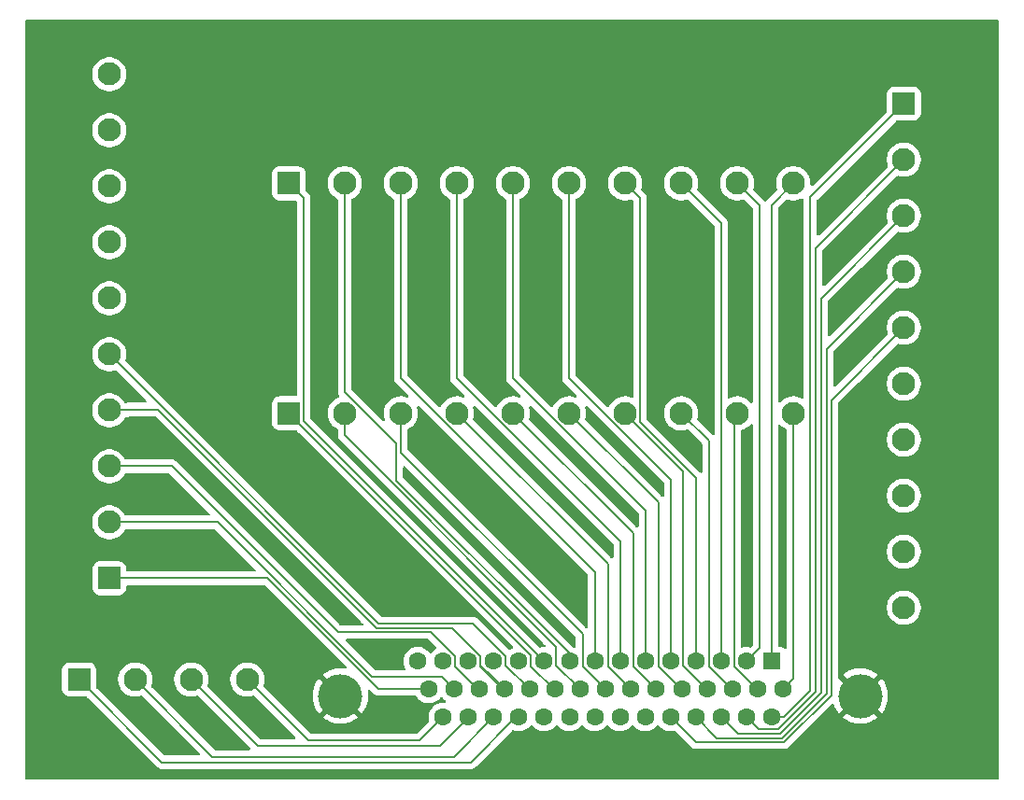
<source format=gtl>
G04 #@! TF.GenerationSoftware,KiCad,Pcbnew,9.0.4*
G04 #@! TF.CreationDate,2025-12-21T19:52:19-05:00*
G04 #@! TF.ProjectId,DB44_breakout,44423434-5f62-4726-9561-6b6f75742e6b,rev?*
G04 #@! TF.SameCoordinates,Original*
G04 #@! TF.FileFunction,Copper,L1,Top*
G04 #@! TF.FilePolarity,Positive*
%FSLAX46Y46*%
G04 Gerber Fmt 4.6, Leading zero omitted, Abs format (unit mm)*
G04 Created by KiCad (PCBNEW 9.0.4) date 2025-12-21 19:52:19*
%MOMM*%
%LPD*%
G01*
G04 APERTURE LIST*
G04 Aperture macros list*
%AMRoundRect*
0 Rectangle with rounded corners*
0 $1 Rounding radius*
0 $2 $3 $4 $5 $6 $7 $8 $9 X,Y pos of 4 corners*
0 Add a 4 corners polygon primitive as box body*
4,1,4,$2,$3,$4,$5,$6,$7,$8,$9,$2,$3,0*
0 Add four circle primitives for the rounded corners*
1,1,$1+$1,$2,$3*
1,1,$1+$1,$4,$5*
1,1,$1+$1,$6,$7*
1,1,$1+$1,$8,$9*
0 Add four rect primitives between the rounded corners*
20,1,$1+$1,$2,$3,$4,$5,0*
20,1,$1+$1,$4,$5,$6,$7,0*
20,1,$1+$1,$6,$7,$8,$9,0*
20,1,$1+$1,$8,$9,$2,$3,0*%
G04 Aperture macros list end*
G04 #@! TA.AperFunction,ComponentPad*
%ADD10RoundRect,0.250001X-0.799999X-0.799999X0.799999X-0.799999X0.799999X0.799999X-0.799999X0.799999X0*%
G04 #@! TD*
G04 #@! TA.AperFunction,ComponentPad*
%ADD11C,2.100000*%
G04 #@! TD*
G04 #@! TA.AperFunction,ComponentPad*
%ADD12RoundRect,0.250001X0.799999X-0.799999X0.799999X0.799999X-0.799999X0.799999X-0.799999X-0.799999X0*%
G04 #@! TD*
G04 #@! TA.AperFunction,ComponentPad*
%ADD13RoundRect,0.250001X-0.799999X0.799999X-0.799999X-0.799999X0.799999X-0.799999X0.799999X0.799999X0*%
G04 #@! TD*
G04 #@! TA.AperFunction,ComponentPad*
%ADD14C,4.000000*%
G04 #@! TD*
G04 #@! TA.AperFunction,ComponentPad*
%ADD15R,1.600000X1.600000*%
G04 #@! TD*
G04 #@! TA.AperFunction,ComponentPad*
%ADD16C,1.600000*%
G04 #@! TD*
G04 #@! TA.AperFunction,Conductor*
%ADD17C,0.200000*%
G04 #@! TD*
G04 APERTURE END LIST*
D10*
X116260000Y-60500000D03*
D11*
X121340000Y-60500000D03*
X126420000Y-60500000D03*
X131500000Y-60500000D03*
X136580000Y-60500000D03*
X141660000Y-60500000D03*
X146740000Y-60500000D03*
X151820000Y-60500000D03*
X156900000Y-60500000D03*
X161980000Y-60500000D03*
D10*
X97260000Y-105500000D03*
D11*
X102340000Y-105500000D03*
X107420000Y-105500000D03*
X112500000Y-105500000D03*
D12*
X100000000Y-96320000D03*
D11*
X100000000Y-91240000D03*
X100000000Y-86160000D03*
X100000000Y-81080000D03*
X100000000Y-76000000D03*
X100000000Y-70920000D03*
X100000000Y-65840000D03*
X100000000Y-60760000D03*
X100000000Y-55680000D03*
X100000000Y-50600000D03*
D13*
X172000000Y-53270000D03*
D11*
X172000000Y-58350000D03*
X172000000Y-63430000D03*
X172000000Y-68510000D03*
X172000000Y-73590000D03*
X172000000Y-78670000D03*
X172000000Y-83750000D03*
X172000000Y-88830000D03*
X172000000Y-93910000D03*
X172000000Y-98990000D03*
D14*
X120940000Y-106990000D03*
X168040000Y-106990000D03*
D15*
X160015000Y-103850000D03*
D16*
X157725000Y-103850000D03*
X155435000Y-103850000D03*
X153145000Y-103850000D03*
X150855000Y-103850000D03*
X148565000Y-103850000D03*
X146275000Y-103850000D03*
X143985000Y-103850000D03*
X141695000Y-103850000D03*
X139405000Y-103850000D03*
X137115000Y-103850000D03*
X134825000Y-103850000D03*
X132535000Y-103850000D03*
X130245000Y-103850000D03*
X127955000Y-103850000D03*
X161015000Y-106350000D03*
X158725000Y-106350000D03*
X156435000Y-106350000D03*
X154145000Y-106350000D03*
X151855000Y-106350000D03*
X149565000Y-106350000D03*
X147275000Y-106350000D03*
X144985000Y-106350000D03*
X142695000Y-106350000D03*
X140405000Y-106350000D03*
X138115000Y-106350000D03*
X135825000Y-106350000D03*
X133535000Y-106350000D03*
X131245000Y-106350000D03*
X128955000Y-106350000D03*
X160015000Y-108900000D03*
X157725000Y-108900000D03*
X155435000Y-108900000D03*
X153145000Y-108900000D03*
X150855000Y-108900000D03*
X148565000Y-108900000D03*
X146275000Y-108900000D03*
X143985000Y-108900000D03*
X141695000Y-108900000D03*
X139405000Y-108900000D03*
X137115000Y-108900000D03*
X134825000Y-108900000D03*
X132535000Y-108900000D03*
X130245000Y-108900000D03*
D10*
X116260000Y-81360000D03*
D11*
X121340000Y-81360000D03*
X126420000Y-81360000D03*
X131500000Y-81360000D03*
X136580000Y-81360000D03*
X141660000Y-81360000D03*
X146740000Y-81360000D03*
X151820000Y-81360000D03*
X156900000Y-81360000D03*
X161980000Y-81360000D03*
D17*
X141660000Y-60500000D02*
X141660000Y-78190603D01*
X141660000Y-78190603D02*
X150855000Y-87385603D01*
X150855000Y-87385603D02*
X150855000Y-103850000D01*
X131245000Y-106350000D02*
X130144000Y-105249000D01*
X123816100Y-105249000D02*
X109807100Y-91240000D01*
X130144000Y-105249000D02*
X123816100Y-105249000D01*
X109807100Y-91240000D02*
X100000000Y-91240000D01*
X151820000Y-60500000D02*
X155435000Y-64115000D01*
X155435000Y-64115000D02*
X155435000Y-103850000D01*
X121340000Y-79449397D02*
X126019000Y-84128397D01*
X126019000Y-87451900D02*
X141695000Y-103127900D01*
X121340000Y-60500000D02*
X121340000Y-79449397D01*
X126019000Y-84128397D02*
X126019000Y-87451900D01*
X141695000Y-103127900D02*
X141695000Y-103850000D01*
X116260000Y-60500000D02*
X117611000Y-61851000D01*
X117611000Y-61851000D02*
X117611000Y-82056000D01*
X117611000Y-82056000D02*
X139405000Y-103850000D01*
X131050064Y-100808014D02*
X124240914Y-100808014D01*
X135679950Y-106350000D02*
X133636000Y-104306050D01*
X135825000Y-106350000D02*
X135679950Y-106350000D01*
X124240914Y-100808014D02*
X104432900Y-81000000D01*
X133636000Y-103393950D02*
X131050064Y-100808014D01*
X134666950Y-105249000D02*
X133636000Y-104218050D01*
X133636000Y-104306050D02*
X133636000Y-103393950D01*
X104432900Y-81000000D02*
X101660000Y-81000000D01*
X135825000Y-106350000D02*
X134724000Y-105249000D01*
X134724000Y-105249000D02*
X134666950Y-105249000D01*
X101580000Y-81080000D02*
X100000000Y-81080000D01*
X101660000Y-81000000D02*
X101580000Y-81080000D01*
X132939064Y-100407014D02*
X135926000Y-103393950D01*
X135926000Y-103393950D02*
X135926000Y-104218050D01*
X138057950Y-106350000D02*
X138115000Y-106350000D01*
X124407014Y-100407014D02*
X132939064Y-100407014D01*
X100000000Y-76000000D02*
X124407014Y-100407014D01*
X135926000Y-104218050D02*
X138057950Y-106350000D01*
X161980000Y-60500000D02*
X160015000Y-62465000D01*
X160015000Y-62465000D02*
X160015000Y-103850000D01*
X140506000Y-104218050D02*
X140506000Y-102506000D01*
X142695000Y-106350000D02*
X142637950Y-106350000D01*
X121340000Y-83340000D02*
X121340000Y-81360000D01*
X142637950Y-106350000D02*
X140506000Y-104218050D01*
X140506000Y-102506000D02*
X121340000Y-83340000D01*
X158914000Y-102661000D02*
X157725000Y-103850000D01*
X156900000Y-60500000D02*
X158914000Y-62514000D01*
X158914000Y-62514000D02*
X158914000Y-102661000D01*
X146275000Y-92965603D02*
X146275000Y-103850000D01*
X131500000Y-60500000D02*
X131500000Y-78190603D01*
X131500000Y-78190603D02*
X146275000Y-92965603D01*
X146740000Y-60500000D02*
X148091000Y-61851000D01*
X148091000Y-61851000D02*
X148091000Y-82143900D01*
X148091000Y-82143900D02*
X153145000Y-87197900D01*
X153145000Y-87197900D02*
X153145000Y-103850000D01*
X124350000Y-106350000D02*
X128955000Y-106350000D01*
X100000000Y-96320000D02*
X114320000Y-96320000D01*
X114320000Y-96320000D02*
X124350000Y-106350000D01*
X160015000Y-108900000D02*
X161146370Y-108900000D01*
X163500000Y-106546370D02*
X163500000Y-61770000D01*
X161146370Y-108900000D02*
X163500000Y-106546370D01*
X163500000Y-61770000D02*
X172000000Y-53270000D01*
X164000000Y-66350000D02*
X172000000Y-58350000D01*
X157725000Y-108900000D02*
X158826000Y-110001000D01*
X158826000Y-110001000D02*
X160612470Y-110001000D01*
X164000000Y-106613470D02*
X164000000Y-66350000D01*
X160612470Y-110001000D02*
X164000000Y-106613470D01*
X136580000Y-60500000D02*
X136580000Y-78190603D01*
X136580000Y-78190603D02*
X148565000Y-90175603D01*
X148565000Y-90175603D02*
X148565000Y-103850000D01*
X138216000Y-103316000D02*
X116260000Y-81360000D01*
X140405000Y-106350000D02*
X140259950Y-106350000D01*
X138216000Y-104306050D02*
X138216000Y-103316000D01*
X140259950Y-106350000D02*
X138216000Y-104306050D01*
X131346000Y-103393950D02*
X129161064Y-101209014D01*
X131346000Y-104306050D02*
X131346000Y-103393950D01*
X105660000Y-86160000D02*
X100000000Y-86160000D01*
X129161064Y-101209014D02*
X120709014Y-101209014D01*
X133389950Y-106350000D02*
X131346000Y-104306050D01*
X133535000Y-106350000D02*
X133389950Y-106350000D01*
X120709014Y-101209014D02*
X105660000Y-86160000D01*
X155048000Y-110803000D02*
X160944670Y-110803000D01*
X165000000Y-106747670D02*
X165000000Y-75510000D01*
X160944670Y-110803000D02*
X165000000Y-106747670D01*
X165000000Y-75510000D02*
X172000000Y-68510000D01*
X153145000Y-108900000D02*
X155048000Y-110803000D01*
X153159000Y-111204000D02*
X150855000Y-108900000D01*
X161110770Y-111204000D02*
X153159000Y-111204000D01*
X172000000Y-73590000D02*
X165401000Y-80189000D01*
X165401000Y-80189000D02*
X165401000Y-106913770D01*
X165401000Y-106913770D02*
X161110770Y-111204000D01*
X156937000Y-110402000D02*
X160778570Y-110402000D01*
X164500000Y-70930000D02*
X172000000Y-63430000D01*
X164500000Y-106680570D02*
X164500000Y-70930000D01*
X160778570Y-110402000D02*
X164500000Y-106680570D01*
X155435000Y-108900000D02*
X156937000Y-110402000D01*
X126420000Y-81360000D02*
X126420000Y-84920000D01*
X142884000Y-104306050D02*
X142884000Y-102500000D01*
X142884000Y-101384000D02*
X142884000Y-102500000D01*
X144985000Y-106350000D02*
X144927950Y-106350000D01*
X144927950Y-106350000D02*
X142884000Y-104306050D01*
X126420000Y-84920000D02*
X142884000Y-101384000D01*
X143985000Y-95755603D02*
X143985000Y-103850000D01*
X126420000Y-60500000D02*
X126420000Y-78190603D01*
X126420000Y-78190603D02*
X143985000Y-95755603D01*
X102340000Y-105500000D02*
X109340000Y-112500000D01*
X109340000Y-112500000D02*
X131225000Y-112500000D01*
X131225000Y-112500000D02*
X134825000Y-108900000D01*
X136838313Y-108900000D02*
X137115000Y-108900000D01*
X132738313Y-113000000D02*
X136838313Y-108900000D01*
X97260000Y-105500000D02*
X104760000Y-113000000D01*
X104760000Y-113000000D02*
X132738313Y-113000000D01*
X147217950Y-106350000D02*
X145174000Y-104306050D01*
X147275000Y-106350000D02*
X147217950Y-106350000D01*
X145174000Y-95034000D02*
X131500000Y-81360000D01*
X145174000Y-104306050D02*
X145174000Y-95034000D01*
X154334000Y-104306050D02*
X154334000Y-83874000D01*
X154334000Y-83874000D02*
X151820000Y-81360000D01*
X156435000Y-106350000D02*
X156377950Y-106350000D01*
X156377950Y-106350000D02*
X154334000Y-104306050D01*
X161015000Y-106350000D02*
X161980000Y-105385000D01*
X161980000Y-105385000D02*
X161980000Y-81360000D01*
X156624000Y-81636000D02*
X156900000Y-81360000D01*
X158667950Y-106350000D02*
X156624000Y-104306050D01*
X158725000Y-106350000D02*
X158667950Y-106350000D01*
X156624000Y-104306050D02*
X156624000Y-81636000D01*
X152000000Y-86620000D02*
X146740000Y-81360000D01*
X154145000Y-106350000D02*
X154087950Y-106350000D01*
X154087950Y-106350000D02*
X152000000Y-104262050D01*
X152000000Y-104262050D02*
X152000000Y-86620000D01*
X151797950Y-106350000D02*
X149754000Y-104306050D01*
X149754000Y-89454000D02*
X141660000Y-81360000D01*
X151855000Y-106350000D02*
X151797950Y-106350000D01*
X149754000Y-104306050D02*
X149754000Y-89454000D01*
X149507950Y-106350000D02*
X147464000Y-104306050D01*
X147464000Y-92244000D02*
X136580000Y-81360000D01*
X149565000Y-106350000D02*
X149507950Y-106350000D01*
X147464000Y-104306050D02*
X147464000Y-92244000D01*
X132535000Y-108965000D02*
X132535000Y-108900000D01*
X130000000Y-111500000D02*
X132535000Y-108965000D01*
X113420000Y-111500000D02*
X130000000Y-111500000D01*
X107420000Y-105500000D02*
X113420000Y-111500000D01*
X128145000Y-111000000D02*
X130245000Y-108900000D01*
X118000000Y-111000000D02*
X128145000Y-111000000D01*
X112500000Y-105500000D02*
X118000000Y-111000000D01*
G04 #@! TA.AperFunction,Conductor*
G36*
X128928006Y-101829199D02*
G01*
X128948648Y-101845833D01*
X129626299Y-102523484D01*
X129659784Y-102584807D01*
X129654800Y-102654499D01*
X129612928Y-102710432D01*
X129594916Y-102721648D01*
X129563388Y-102737713D01*
X129397786Y-102858028D01*
X129253032Y-103002782D01*
X129253028Y-103002787D01*
X129200318Y-103075337D01*
X129144988Y-103118003D01*
X129075375Y-103123982D01*
X129013580Y-103091376D01*
X128999682Y-103075337D01*
X128946971Y-103002787D01*
X128946967Y-103002782D01*
X128802213Y-102858028D01*
X128636613Y-102737715D01*
X128636612Y-102737714D01*
X128636610Y-102737713D01*
X128558214Y-102697768D01*
X128454223Y-102644781D01*
X128259534Y-102581522D01*
X128084995Y-102553878D01*
X128057352Y-102549500D01*
X127852648Y-102549500D01*
X127828329Y-102553351D01*
X127650465Y-102581522D01*
X127455776Y-102644781D01*
X127273386Y-102737715D01*
X127107786Y-102858028D01*
X126963028Y-103002786D01*
X126842715Y-103168386D01*
X126749781Y-103350776D01*
X126686522Y-103545465D01*
X126654500Y-103747648D01*
X126654500Y-103952351D01*
X126686522Y-104154534D01*
X126749781Y-104349223D01*
X126790405Y-104428951D01*
X126810407Y-104468206D01*
X126823303Y-104536874D01*
X126797027Y-104601614D01*
X126739921Y-104641872D01*
X126699922Y-104648500D01*
X124116198Y-104648500D01*
X124049159Y-104628815D01*
X124028517Y-104612181D01*
X121437531Y-102021195D01*
X121404046Y-101959872D01*
X121409030Y-101890180D01*
X121450902Y-101834247D01*
X121516366Y-101809830D01*
X121525212Y-101809514D01*
X128860967Y-101809514D01*
X128928006Y-101829199D01*
G37*
G04 #@! TD.AperFunction*
G04 #@! TA.AperFunction,Conductor*
G36*
X160743814Y-82366778D02*
G01*
X160757147Y-82364862D01*
X160777290Y-82374061D01*
X160798927Y-82378768D01*
X160816652Y-82392036D01*
X160820703Y-82393887D01*
X160827181Y-82399919D01*
X160969918Y-82542656D01*
X160969923Y-82542660D01*
X161164898Y-82684316D01*
X161167361Y-82686106D01*
X161311795Y-82759697D01*
X161362590Y-82807671D01*
X161379500Y-82870182D01*
X161379500Y-102600046D01*
X161359815Y-102667085D01*
X161307011Y-102712840D01*
X161237853Y-102722784D01*
X161180519Y-102696600D01*
X161179645Y-102697768D01*
X161057335Y-102606206D01*
X161057328Y-102606202D01*
X160922482Y-102555908D01*
X160922483Y-102555908D01*
X160862883Y-102549501D01*
X160862881Y-102549500D01*
X160862873Y-102549500D01*
X160862865Y-102549500D01*
X160739500Y-102549500D01*
X160672461Y-102529815D01*
X160626706Y-102477011D01*
X160615500Y-102425500D01*
X160615500Y-82487600D01*
X160621738Y-82466354D01*
X160623318Y-82444266D01*
X160631390Y-82433482D01*
X160635185Y-82420561D01*
X160651918Y-82406061D01*
X160665190Y-82388333D01*
X160677810Y-82383625D01*
X160687989Y-82374806D01*
X160709906Y-82371654D01*
X160730654Y-82363916D01*
X160743814Y-82366778D01*
G37*
G04 #@! TD.AperFunction*
G04 #@! TA.AperFunction,Conductor*
G36*
X126824703Y-86174384D02*
G01*
X126831181Y-86180416D01*
X142247181Y-101596416D01*
X142280666Y-101657739D01*
X142283500Y-101684097D01*
X142283500Y-102503118D01*
X142263815Y-102570157D01*
X142211011Y-102615912D01*
X142141853Y-102625856D01*
X142121183Y-102621049D01*
X142025365Y-102589916D01*
X141976002Y-102559666D01*
X126655819Y-87239483D01*
X126622334Y-87178160D01*
X126619500Y-87151802D01*
X126619500Y-86268097D01*
X126639185Y-86201058D01*
X126691989Y-86155303D01*
X126761147Y-86145359D01*
X126824703Y-86174384D01*
G37*
G04 #@! TD.AperFunction*
G04 #@! TA.AperFunction,Conductor*
G36*
X158275918Y-82345058D02*
G01*
X158310277Y-82405896D01*
X158313500Y-82433985D01*
X158313500Y-102360902D01*
X158304855Y-102390342D01*
X158298332Y-102420329D01*
X158294577Y-102425344D01*
X158293815Y-102427941D01*
X158277181Y-102448583D01*
X158169842Y-102555922D01*
X158108519Y-102589407D01*
X158043843Y-102586172D01*
X158029534Y-102581523D01*
X158027539Y-102581207D01*
X157827352Y-102549500D01*
X157622648Y-102549500D01*
X157558463Y-102559666D01*
X157420464Y-102581523D01*
X157420457Y-102581524D01*
X157386817Y-102592455D01*
X157316976Y-102594450D01*
X157257144Y-102558369D01*
X157226316Y-102495668D01*
X157224500Y-102474524D01*
X157224500Y-82974946D01*
X157244185Y-82907907D01*
X157296989Y-82862152D01*
X157310177Y-82857016D01*
X157495185Y-82796904D01*
X157712639Y-82686106D01*
X157910083Y-82542655D01*
X158082655Y-82370083D01*
X158089180Y-82361101D01*
X158144509Y-82318435D01*
X158214122Y-82312454D01*
X158275918Y-82345058D01*
G37*
G04 #@! TD.AperFunction*
G04 #@! TA.AperFunction,Conductor*
G36*
X128044058Y-80676770D02*
G01*
X128083470Y-80703308D01*
X143348181Y-95968019D01*
X143381666Y-96029342D01*
X143384500Y-96055700D01*
X143384500Y-100735903D01*
X143364815Y-100802942D01*
X143312011Y-100848697D01*
X143242853Y-100858641D01*
X143179297Y-100829616D01*
X143172819Y-100823584D01*
X127056819Y-84707584D01*
X127023334Y-84646261D01*
X127020500Y-84619903D01*
X127020500Y-82870182D01*
X127040185Y-82803143D01*
X127088204Y-82759698D01*
X127232639Y-82686106D01*
X127430083Y-82542655D01*
X127602655Y-82370083D01*
X127746106Y-82172639D01*
X127856904Y-81955185D01*
X127932321Y-81723076D01*
X127970500Y-81482027D01*
X127970500Y-81237973D01*
X127932321Y-80996924D01*
X127877857Y-80829304D01*
X127875863Y-80759466D01*
X127911943Y-80699633D01*
X127974644Y-80668805D01*
X128044058Y-80676770D01*
G37*
G04 #@! TD.AperFunction*
G04 #@! TA.AperFunction,Conductor*
G36*
X133124058Y-80676770D02*
G01*
X133163470Y-80703308D01*
X145638181Y-93178019D01*
X145671666Y-93239342D01*
X145674500Y-93265700D01*
X145674500Y-94385903D01*
X145654815Y-94452942D01*
X145602011Y-94498697D01*
X145532853Y-94508641D01*
X145469297Y-94479616D01*
X145462819Y-94473584D01*
X132992478Y-82003243D01*
X132958993Y-81941920D01*
X132962228Y-81877244D01*
X133012321Y-81723076D01*
X133050500Y-81482027D01*
X133050500Y-81237973D01*
X133012321Y-80996924D01*
X132957857Y-80829304D01*
X132955863Y-80759466D01*
X132991943Y-80699633D01*
X133054644Y-80668805D01*
X133124058Y-80676770D01*
G37*
G04 #@! TD.AperFunction*
G04 #@! TA.AperFunction,Conductor*
G36*
X138204058Y-80676770D02*
G01*
X138243470Y-80703308D01*
X147928181Y-90388019D01*
X147961666Y-90449342D01*
X147964500Y-90475700D01*
X147964500Y-91595903D01*
X147944815Y-91662942D01*
X147892011Y-91708697D01*
X147822853Y-91718641D01*
X147759297Y-91689616D01*
X147752819Y-91683584D01*
X138072478Y-82003243D01*
X138038993Y-81941920D01*
X138042228Y-81877244D01*
X138092321Y-81723076D01*
X138130500Y-81482027D01*
X138130500Y-81237973D01*
X138092321Y-80996924D01*
X138037857Y-80829304D01*
X138035863Y-80759466D01*
X138071943Y-80699633D01*
X138134644Y-80668805D01*
X138204058Y-80676770D01*
G37*
G04 #@! TD.AperFunction*
G04 #@! TA.AperFunction,Conductor*
G36*
X143284058Y-80676770D02*
G01*
X143323470Y-80703308D01*
X150218181Y-87598019D01*
X150251666Y-87659342D01*
X150254500Y-87685700D01*
X150254500Y-88805902D01*
X150234815Y-88872941D01*
X150182011Y-88918696D01*
X150112853Y-88928640D01*
X150049297Y-88899615D01*
X150042819Y-88893583D01*
X143152478Y-82003243D01*
X143118993Y-81941920D01*
X143122228Y-81877244D01*
X143172321Y-81723076D01*
X143210500Y-81482027D01*
X143210500Y-81237973D01*
X143172321Y-80996924D01*
X143117857Y-80829304D01*
X143115863Y-80759466D01*
X143151943Y-80699633D01*
X143214644Y-80668805D01*
X143284058Y-80676770D01*
G37*
G04 #@! TD.AperFunction*
G04 #@! TA.AperFunction,Conductor*
G36*
X162852615Y-61876902D02*
G01*
X162892872Y-61934009D01*
X162899500Y-61974007D01*
X162899500Y-79885992D01*
X162879815Y-79953031D01*
X162827011Y-79998786D01*
X162757853Y-80008730D01*
X162719206Y-79996477D01*
X162575190Y-79923098D01*
X162575187Y-79923097D01*
X162575185Y-79923096D01*
X162343076Y-79847679D01*
X162343074Y-79847678D01*
X162343072Y-79847678D01*
X162168320Y-79820000D01*
X162102027Y-79809500D01*
X161857973Y-79809500D01*
X161802093Y-79818350D01*
X161616927Y-79847678D01*
X161384812Y-79923097D01*
X161167357Y-80033896D01*
X160969923Y-80177339D01*
X160969918Y-80177343D01*
X160827181Y-80320081D01*
X160765858Y-80353566D01*
X160696166Y-80348582D01*
X160640233Y-80306710D01*
X160615816Y-80241246D01*
X160615500Y-80232400D01*
X160615500Y-62765097D01*
X160635185Y-62698058D01*
X160651819Y-62677416D01*
X160909318Y-62419917D01*
X161336758Y-61992476D01*
X161398079Y-61958993D01*
X161462754Y-61962227D01*
X161616924Y-62012321D01*
X161857973Y-62050500D01*
X161857974Y-62050500D01*
X162102026Y-62050500D01*
X162102027Y-62050500D01*
X162343076Y-62012321D01*
X162575185Y-61936904D01*
X162719206Y-61863521D01*
X162787874Y-61850626D01*
X162852615Y-61876902D01*
G37*
G04 #@! TD.AperFunction*
G04 #@! TA.AperFunction,Conductor*
G36*
X180542539Y-45670185D02*
G01*
X180588294Y-45722989D01*
X180599500Y-45774500D01*
X180599500Y-114475500D01*
X180579815Y-114542539D01*
X180527011Y-114588294D01*
X180475500Y-114599500D01*
X92524500Y-114599500D01*
X92457461Y-114579815D01*
X92411706Y-114527011D01*
X92400500Y-114475500D01*
X92400500Y-104649984D01*
X95709500Y-104649984D01*
X95709500Y-106350015D01*
X95720000Y-106452795D01*
X95720001Y-106452797D01*
X95738983Y-106510081D01*
X95775186Y-106619335D01*
X95775187Y-106619337D01*
X95867286Y-106768651D01*
X95867289Y-106768655D01*
X95991344Y-106892710D01*
X95991348Y-106892713D01*
X96140662Y-106984812D01*
X96140664Y-106984813D01*
X96140666Y-106984814D01*
X96307203Y-107039999D01*
X96409992Y-107050500D01*
X97909903Y-107050500D01*
X97976942Y-107070185D01*
X97997583Y-107086818D01*
X104391284Y-113480520D01*
X104391286Y-113480521D01*
X104391290Y-113480524D01*
X104528209Y-113559573D01*
X104528216Y-113559577D01*
X104680943Y-113600501D01*
X104680945Y-113600501D01*
X104846654Y-113600501D01*
X104846670Y-113600500D01*
X132651644Y-113600500D01*
X132651660Y-113600501D01*
X132659256Y-113600501D01*
X132817367Y-113600501D01*
X132817370Y-113600501D01*
X132970098Y-113559577D01*
X133020217Y-113530639D01*
X133107029Y-113480520D01*
X133218833Y-113368716D01*
X133218833Y-113368714D01*
X133229041Y-113358507D01*
X133229042Y-113358504D01*
X136463671Y-110123876D01*
X136524992Y-110090393D01*
X136594684Y-110095377D01*
X136607649Y-110101077D01*
X136615772Y-110105216D01*
X136615775Y-110105217D01*
X136615781Y-110105220D01*
X136765300Y-110153801D01*
X136810465Y-110168477D01*
X136890365Y-110181132D01*
X137012648Y-110200500D01*
X137012649Y-110200500D01*
X137217351Y-110200500D01*
X137217352Y-110200500D01*
X137419534Y-110168477D01*
X137614219Y-110105220D01*
X137796610Y-110012287D01*
X137889590Y-109944732D01*
X137962213Y-109891971D01*
X137962215Y-109891968D01*
X137962219Y-109891966D01*
X138106966Y-109747219D01*
X138159681Y-109674661D01*
X138215011Y-109631996D01*
X138284624Y-109626017D01*
X138346420Y-109658622D01*
X138360319Y-109674662D01*
X138413034Y-109747219D01*
X138557786Y-109891971D01*
X138712749Y-110004556D01*
X138723390Y-110012287D01*
X138839607Y-110071503D01*
X138905776Y-110105218D01*
X138905778Y-110105218D01*
X138905781Y-110105220D01*
X139010137Y-110139127D01*
X139100465Y-110168477D01*
X139180365Y-110181132D01*
X139302648Y-110200500D01*
X139302649Y-110200500D01*
X139507351Y-110200500D01*
X139507352Y-110200500D01*
X139709534Y-110168477D01*
X139904219Y-110105220D01*
X140086610Y-110012287D01*
X140179590Y-109944732D01*
X140252213Y-109891971D01*
X140252215Y-109891968D01*
X140252219Y-109891966D01*
X140396966Y-109747219D01*
X140449681Y-109674661D01*
X140505011Y-109631996D01*
X140574624Y-109626017D01*
X140636420Y-109658622D01*
X140650319Y-109674662D01*
X140703034Y-109747219D01*
X140847786Y-109891971D01*
X141002749Y-110004556D01*
X141013390Y-110012287D01*
X141129607Y-110071503D01*
X141195776Y-110105218D01*
X141195778Y-110105218D01*
X141195781Y-110105220D01*
X141300137Y-110139127D01*
X141390465Y-110168477D01*
X141470365Y-110181132D01*
X141592648Y-110200500D01*
X141592649Y-110200500D01*
X141797351Y-110200500D01*
X141797352Y-110200500D01*
X141999534Y-110168477D01*
X142194219Y-110105220D01*
X142376610Y-110012287D01*
X142469590Y-109944732D01*
X142542213Y-109891971D01*
X142542215Y-109891968D01*
X142542219Y-109891966D01*
X142686966Y-109747219D01*
X142739681Y-109674661D01*
X142795011Y-109631996D01*
X142864624Y-109626017D01*
X142926420Y-109658622D01*
X142940319Y-109674662D01*
X142993034Y-109747219D01*
X143137786Y-109891971D01*
X143292749Y-110004556D01*
X143303390Y-110012287D01*
X143419607Y-110071503D01*
X143485776Y-110105218D01*
X143485778Y-110105218D01*
X143485781Y-110105220D01*
X143590137Y-110139127D01*
X143680465Y-110168477D01*
X143760365Y-110181132D01*
X143882648Y-110200500D01*
X143882649Y-110200500D01*
X144087351Y-110200500D01*
X144087352Y-110200500D01*
X144289534Y-110168477D01*
X144484219Y-110105220D01*
X144666610Y-110012287D01*
X144759590Y-109944732D01*
X144832213Y-109891971D01*
X144832215Y-109891968D01*
X144832219Y-109891966D01*
X144976966Y-109747219D01*
X145029681Y-109674661D01*
X145085011Y-109631996D01*
X145154624Y-109626017D01*
X145216420Y-109658622D01*
X145230319Y-109674662D01*
X145283034Y-109747219D01*
X145427786Y-109891971D01*
X145582749Y-110004556D01*
X145593390Y-110012287D01*
X145709607Y-110071503D01*
X145775776Y-110105218D01*
X145775778Y-110105218D01*
X145775781Y-110105220D01*
X145880137Y-110139127D01*
X145970465Y-110168477D01*
X146050365Y-110181132D01*
X146172648Y-110200500D01*
X146172649Y-110200500D01*
X146377351Y-110200500D01*
X146377352Y-110200500D01*
X146579534Y-110168477D01*
X146774219Y-110105220D01*
X146956610Y-110012287D01*
X147049590Y-109944732D01*
X147122213Y-109891971D01*
X147122215Y-109891968D01*
X147122219Y-109891966D01*
X147266966Y-109747219D01*
X147319681Y-109674661D01*
X147375011Y-109631996D01*
X147444624Y-109626017D01*
X147506420Y-109658622D01*
X147520319Y-109674662D01*
X147573034Y-109747219D01*
X147717786Y-109891971D01*
X147872749Y-110004556D01*
X147883390Y-110012287D01*
X147999607Y-110071503D01*
X148065776Y-110105218D01*
X148065778Y-110105218D01*
X148065781Y-110105220D01*
X148170137Y-110139127D01*
X148260465Y-110168477D01*
X148340365Y-110181132D01*
X148462648Y-110200500D01*
X148462649Y-110200500D01*
X148667351Y-110200500D01*
X148667352Y-110200500D01*
X148869534Y-110168477D01*
X149064219Y-110105220D01*
X149246610Y-110012287D01*
X149339590Y-109944732D01*
X149412213Y-109891971D01*
X149412215Y-109891968D01*
X149412219Y-109891966D01*
X149556966Y-109747219D01*
X149609681Y-109674661D01*
X149665011Y-109631996D01*
X149734624Y-109626017D01*
X149796420Y-109658622D01*
X149810319Y-109674662D01*
X149863034Y-109747219D01*
X150007786Y-109891971D01*
X150162749Y-110004556D01*
X150173390Y-110012287D01*
X150289607Y-110071503D01*
X150355776Y-110105218D01*
X150355778Y-110105218D01*
X150355781Y-110105220D01*
X150460137Y-110139127D01*
X150550465Y-110168477D01*
X150630365Y-110181132D01*
X150752648Y-110200500D01*
X150752649Y-110200500D01*
X150957351Y-110200500D01*
X150957352Y-110200500D01*
X151159534Y-110168477D01*
X151173842Y-110163827D01*
X151243682Y-110161831D01*
X151299842Y-110194077D01*
X152674139Y-111568374D01*
X152674149Y-111568385D01*
X152678479Y-111572715D01*
X152678480Y-111572716D01*
X152790284Y-111684520D01*
X152872150Y-111731785D01*
X152927215Y-111763577D01*
X153079943Y-111804501D01*
X153079946Y-111804501D01*
X153245653Y-111804501D01*
X153245669Y-111804500D01*
X161024101Y-111804500D01*
X161024117Y-111804501D01*
X161031713Y-111804501D01*
X161189824Y-111804501D01*
X161189827Y-111804501D01*
X161342555Y-111763577D01*
X161397620Y-111731785D01*
X161479486Y-111684520D01*
X161591290Y-111572716D01*
X161591290Y-111572714D01*
X161601494Y-111562511D01*
X161601498Y-111562506D01*
X165454696Y-107709307D01*
X165516015Y-107675825D01*
X165585707Y-107680809D01*
X165641640Y-107722681D01*
X165659414Y-107756036D01*
X165726658Y-107948208D01*
X165726661Y-107948215D01*
X165848492Y-108201200D01*
X165997884Y-108438956D01*
X166104187Y-108572257D01*
X166745747Y-107930697D01*
X166819588Y-108032330D01*
X166997670Y-108210412D01*
X167099300Y-108284251D01*
X166457741Y-108925810D01*
X166457741Y-108925811D01*
X166591043Y-109032115D01*
X166828799Y-109181507D01*
X167081782Y-109303337D01*
X167346819Y-109396077D01*
X167346821Y-109396078D01*
X167620575Y-109458560D01*
X167620587Y-109458562D01*
X167899598Y-109489999D01*
X167899600Y-109490000D01*
X168180400Y-109490000D01*
X168180401Y-109489999D01*
X168459412Y-109458562D01*
X168459424Y-109458560D01*
X168733178Y-109396078D01*
X168733180Y-109396077D01*
X168998217Y-109303337D01*
X169251200Y-109181507D01*
X169488956Y-109032116D01*
X169622257Y-108925810D01*
X168980698Y-108284251D01*
X169082330Y-108210412D01*
X169260412Y-108032330D01*
X169334251Y-107930698D01*
X169975810Y-108572257D01*
X170082116Y-108438956D01*
X170231507Y-108201200D01*
X170353337Y-107948217D01*
X170446077Y-107683180D01*
X170446078Y-107683178D01*
X170508560Y-107409424D01*
X170508562Y-107409412D01*
X170539999Y-107130401D01*
X170540000Y-107130399D01*
X170540000Y-106849600D01*
X170539999Y-106849598D01*
X170508562Y-106570587D01*
X170508560Y-106570575D01*
X170446078Y-106296821D01*
X170446077Y-106296819D01*
X170353337Y-106031782D01*
X170231507Y-105778799D01*
X170082115Y-105541043D01*
X169975810Y-105407741D01*
X169334251Y-106049300D01*
X169260412Y-105947670D01*
X169082330Y-105769588D01*
X168980697Y-105695747D01*
X169622257Y-105054187D01*
X169488956Y-104947884D01*
X169251200Y-104798492D01*
X168998217Y-104676662D01*
X168733180Y-104583922D01*
X168733178Y-104583921D01*
X168459424Y-104521439D01*
X168459412Y-104521437D01*
X168180401Y-104490000D01*
X167899598Y-104490000D01*
X167620587Y-104521437D01*
X167620575Y-104521439D01*
X167346821Y-104583921D01*
X167346819Y-104583922D01*
X167081782Y-104676662D01*
X166828799Y-104798492D01*
X166591043Y-104947884D01*
X166457741Y-105054187D01*
X167099301Y-105695747D01*
X166997670Y-105769588D01*
X166819588Y-105947670D01*
X166745747Y-106049301D01*
X166096220Y-105399774D01*
X166086869Y-105395504D01*
X166064412Y-105390257D01*
X166055692Y-105381266D01*
X166044297Y-105376062D01*
X166031826Y-105356657D01*
X166015770Y-105340101D01*
X166012386Y-105326407D01*
X166006523Y-105317284D01*
X166001500Y-105282349D01*
X166001500Y-98867973D01*
X170449500Y-98867973D01*
X170449500Y-99112027D01*
X170487679Y-99353076D01*
X170563096Y-99585185D01*
X170665838Y-99786829D01*
X170673896Y-99802642D01*
X170817339Y-100000076D01*
X170817343Y-100000081D01*
X170989918Y-100172656D01*
X170989923Y-100172660D01*
X171162136Y-100297779D01*
X171187361Y-100316106D01*
X171404815Y-100426904D01*
X171636924Y-100502321D01*
X171877973Y-100540500D01*
X171877974Y-100540500D01*
X172122026Y-100540500D01*
X172122027Y-100540500D01*
X172363076Y-100502321D01*
X172595185Y-100426904D01*
X172812639Y-100316106D01*
X173010083Y-100172655D01*
X173182655Y-100000083D01*
X173326106Y-99802639D01*
X173436904Y-99585185D01*
X173512321Y-99353076D01*
X173550500Y-99112027D01*
X173550500Y-98867973D01*
X173512321Y-98626924D01*
X173436904Y-98394815D01*
X173326106Y-98177361D01*
X173307779Y-98152136D01*
X173182660Y-97979923D01*
X173182656Y-97979918D01*
X173010081Y-97807343D01*
X173010076Y-97807339D01*
X172812642Y-97663896D01*
X172812641Y-97663895D01*
X172812639Y-97663894D01*
X172595185Y-97553096D01*
X172363076Y-97477679D01*
X172363074Y-97477678D01*
X172363072Y-97477678D01*
X172194769Y-97451021D01*
X172122027Y-97439500D01*
X171877973Y-97439500D01*
X171822093Y-97448350D01*
X171636927Y-97477678D01*
X171404812Y-97553097D01*
X171187357Y-97663896D01*
X170989923Y-97807339D01*
X170989918Y-97807343D01*
X170817343Y-97979918D01*
X170817339Y-97979923D01*
X170673896Y-98177357D01*
X170563097Y-98394812D01*
X170487678Y-98626927D01*
X170449500Y-98867973D01*
X166001500Y-98867973D01*
X166001500Y-93787973D01*
X170449500Y-93787973D01*
X170449500Y-94032027D01*
X170487679Y-94273076D01*
X170563096Y-94505185D01*
X170644670Y-94665284D01*
X170673896Y-94722642D01*
X170817339Y-94920076D01*
X170817343Y-94920081D01*
X170989918Y-95092656D01*
X170989923Y-95092660D01*
X171138576Y-95200662D01*
X171187361Y-95236106D01*
X171404815Y-95346904D01*
X171636924Y-95422321D01*
X171877973Y-95460500D01*
X171877974Y-95460500D01*
X172122026Y-95460500D01*
X172122027Y-95460500D01*
X172363076Y-95422321D01*
X172595185Y-95346904D01*
X172812639Y-95236106D01*
X173010083Y-95092655D01*
X173182655Y-94920083D01*
X173326106Y-94722639D01*
X173436904Y-94505185D01*
X173512321Y-94273076D01*
X173550500Y-94032027D01*
X173550500Y-93787973D01*
X173512321Y-93546924D01*
X173436904Y-93314815D01*
X173326106Y-93097361D01*
X173307779Y-93072136D01*
X173182660Y-92899923D01*
X173182656Y-92899918D01*
X173010081Y-92727343D01*
X173010076Y-92727339D01*
X172812642Y-92583896D01*
X172812641Y-92583895D01*
X172812639Y-92583894D01*
X172595185Y-92473096D01*
X172363076Y-92397679D01*
X172363074Y-92397678D01*
X172363072Y-92397678D01*
X172194769Y-92371021D01*
X172122027Y-92359500D01*
X171877973Y-92359500D01*
X171822093Y-92368350D01*
X171636927Y-92397678D01*
X171404812Y-92473097D01*
X171187357Y-92583896D01*
X170989923Y-92727339D01*
X170989918Y-92727343D01*
X170817343Y-92899918D01*
X170817339Y-92899923D01*
X170673896Y-93097357D01*
X170563097Y-93314812D01*
X170487678Y-93546927D01*
X170449500Y-93787973D01*
X166001500Y-93787973D01*
X166001500Y-88707973D01*
X170449500Y-88707973D01*
X170449500Y-88952026D01*
X170487678Y-89193072D01*
X170563097Y-89425187D01*
X170673896Y-89642642D01*
X170817339Y-89840076D01*
X170817343Y-89840081D01*
X170989918Y-90012656D01*
X170989923Y-90012660D01*
X171162136Y-90137779D01*
X171187361Y-90156106D01*
X171404815Y-90266904D01*
X171636924Y-90342321D01*
X171877973Y-90380500D01*
X171877974Y-90380500D01*
X172122026Y-90380500D01*
X172122027Y-90380500D01*
X172363076Y-90342321D01*
X172595185Y-90266904D01*
X172812639Y-90156106D01*
X173010083Y-90012655D01*
X173182655Y-89840083D01*
X173326106Y-89642639D01*
X173436904Y-89425185D01*
X173512321Y-89193076D01*
X173550500Y-88952027D01*
X173550500Y-88707973D01*
X173512321Y-88466924D01*
X173436904Y-88234815D01*
X173326106Y-88017361D01*
X173307779Y-87992136D01*
X173182660Y-87819923D01*
X173182656Y-87819918D01*
X173010081Y-87647343D01*
X173010076Y-87647339D01*
X172812642Y-87503896D01*
X172812641Y-87503895D01*
X172812639Y-87503894D01*
X172595185Y-87393096D01*
X172363076Y-87317679D01*
X172363074Y-87317678D01*
X172363072Y-87317678D01*
X172194769Y-87291021D01*
X172122027Y-87279500D01*
X171877973Y-87279500D01*
X171822093Y-87288350D01*
X171636927Y-87317678D01*
X171404812Y-87393097D01*
X171187357Y-87503896D01*
X170989923Y-87647339D01*
X170989918Y-87647343D01*
X170817343Y-87819918D01*
X170817339Y-87819923D01*
X170673896Y-88017357D01*
X170563097Y-88234812D01*
X170487678Y-88466927D01*
X170449500Y-88707973D01*
X166001500Y-88707973D01*
X166001500Y-83627973D01*
X170449500Y-83627973D01*
X170449500Y-83872027D01*
X170487679Y-84113076D01*
X170561675Y-84340813D01*
X170563097Y-84345187D01*
X170673896Y-84562642D01*
X170817339Y-84760076D01*
X170817343Y-84760081D01*
X170989918Y-84932656D01*
X170989923Y-84932660D01*
X171162136Y-85057779D01*
X171187361Y-85076106D01*
X171404815Y-85186904D01*
X171636924Y-85262321D01*
X171877973Y-85300500D01*
X171877974Y-85300500D01*
X172122026Y-85300500D01*
X172122027Y-85300500D01*
X172363076Y-85262321D01*
X172595185Y-85186904D01*
X172812639Y-85076106D01*
X173010083Y-84932655D01*
X173182655Y-84760083D01*
X173326106Y-84562639D01*
X173436904Y-84345185D01*
X173512321Y-84113076D01*
X173550500Y-83872027D01*
X173550500Y-83627973D01*
X173512321Y-83386924D01*
X173436904Y-83154815D01*
X173326106Y-82937361D01*
X173306590Y-82910499D01*
X173182660Y-82739923D01*
X173182656Y-82739918D01*
X173010081Y-82567343D01*
X173010076Y-82567339D01*
X172812642Y-82423896D01*
X172812641Y-82423895D01*
X172812639Y-82423894D01*
X172595185Y-82313096D01*
X172363076Y-82237679D01*
X172363074Y-82237678D01*
X172363072Y-82237678D01*
X172188371Y-82210008D01*
X172122027Y-82199500D01*
X171877973Y-82199500D01*
X171822093Y-82208350D01*
X171636927Y-82237678D01*
X171404812Y-82313097D01*
X171187357Y-82423896D01*
X170989923Y-82567339D01*
X170989918Y-82567343D01*
X170817343Y-82739918D01*
X170817339Y-82739923D01*
X170673896Y-82937357D01*
X170563097Y-83154812D01*
X170487678Y-83386927D01*
X170468932Y-83505284D01*
X170449500Y-83627973D01*
X166001500Y-83627973D01*
X166001500Y-80489096D01*
X166021185Y-80422057D01*
X166037814Y-80401420D01*
X167891261Y-78547973D01*
X170449500Y-78547973D01*
X170449500Y-78792026D01*
X170487678Y-79033072D01*
X170563097Y-79265187D01*
X170673896Y-79482642D01*
X170817339Y-79680076D01*
X170817343Y-79680081D01*
X170989918Y-79852656D01*
X170989923Y-79852660D01*
X171147698Y-79967289D01*
X171187361Y-79996106D01*
X171404815Y-80106904D01*
X171636924Y-80182321D01*
X171877973Y-80220500D01*
X171877974Y-80220500D01*
X172122026Y-80220500D01*
X172122027Y-80220500D01*
X172363076Y-80182321D01*
X172595185Y-80106904D01*
X172812639Y-79996106D01*
X173010083Y-79852655D01*
X173182655Y-79680083D01*
X173326106Y-79482639D01*
X173436904Y-79265185D01*
X173512321Y-79033076D01*
X173550500Y-78792027D01*
X173550500Y-78547973D01*
X173512321Y-78306924D01*
X173436904Y-78074815D01*
X173326106Y-77857361D01*
X173307779Y-77832136D01*
X173182660Y-77659923D01*
X173182656Y-77659918D01*
X173010081Y-77487343D01*
X173010076Y-77487339D01*
X172812642Y-77343896D01*
X172812641Y-77343895D01*
X172812639Y-77343894D01*
X172595185Y-77233096D01*
X172363076Y-77157679D01*
X172363074Y-77157678D01*
X172363072Y-77157678D01*
X172194769Y-77131021D01*
X172122027Y-77119500D01*
X171877973Y-77119500D01*
X171822093Y-77128350D01*
X171636927Y-77157678D01*
X171404812Y-77233097D01*
X171187357Y-77343896D01*
X170989923Y-77487339D01*
X170989918Y-77487343D01*
X170817343Y-77659918D01*
X170817339Y-77659923D01*
X170673896Y-77857357D01*
X170563097Y-78074812D01*
X170487678Y-78306927D01*
X170449500Y-78547973D01*
X167891261Y-78547973D01*
X171356757Y-75082476D01*
X171418078Y-75048993D01*
X171482753Y-75052227D01*
X171636924Y-75102321D01*
X171877973Y-75140500D01*
X171877974Y-75140500D01*
X172122026Y-75140500D01*
X172122027Y-75140500D01*
X172363076Y-75102321D01*
X172595185Y-75026904D01*
X172812639Y-74916106D01*
X173010083Y-74772655D01*
X173182655Y-74600083D01*
X173326106Y-74402639D01*
X173436904Y-74185185D01*
X173512321Y-73953076D01*
X173550500Y-73712027D01*
X173550500Y-73467973D01*
X173512321Y-73226924D01*
X173436904Y-72994815D01*
X173326106Y-72777361D01*
X173307779Y-72752136D01*
X173182660Y-72579923D01*
X173182656Y-72579918D01*
X173010081Y-72407343D01*
X173010076Y-72407339D01*
X172812642Y-72263896D01*
X172812641Y-72263895D01*
X172812639Y-72263894D01*
X172595185Y-72153096D01*
X172363076Y-72077679D01*
X172363074Y-72077678D01*
X172363072Y-72077678D01*
X172194769Y-72051021D01*
X172122027Y-72039500D01*
X171877973Y-72039500D01*
X171822093Y-72048350D01*
X171636927Y-72077678D01*
X171404812Y-72153097D01*
X171187357Y-72263896D01*
X170989923Y-72407339D01*
X170989918Y-72407343D01*
X170817343Y-72579918D01*
X170817339Y-72579923D01*
X170673896Y-72777357D01*
X170563097Y-72994812D01*
X170487678Y-73226927D01*
X170449500Y-73467973D01*
X170449500Y-73712026D01*
X170487679Y-73953077D01*
X170537770Y-74107244D01*
X170539765Y-74177086D01*
X170507520Y-74233243D01*
X165812181Y-78928583D01*
X165750858Y-78962068D01*
X165681166Y-78957084D01*
X165625233Y-78915212D01*
X165600816Y-78849748D01*
X165600500Y-78840902D01*
X165600500Y-75810096D01*
X165620185Y-75743057D01*
X165636814Y-75722420D01*
X171356757Y-70002476D01*
X171418078Y-69968993D01*
X171482753Y-69972227D01*
X171636924Y-70022321D01*
X171877973Y-70060500D01*
X171877974Y-70060500D01*
X172122026Y-70060500D01*
X172122027Y-70060500D01*
X172363076Y-70022321D01*
X172595185Y-69946904D01*
X172812639Y-69836106D01*
X173010083Y-69692655D01*
X173182655Y-69520083D01*
X173326106Y-69322639D01*
X173436904Y-69105185D01*
X173512321Y-68873076D01*
X173550500Y-68632027D01*
X173550500Y-68387973D01*
X173512321Y-68146924D01*
X173436904Y-67914815D01*
X173326106Y-67697361D01*
X173307779Y-67672136D01*
X173182660Y-67499923D01*
X173182656Y-67499918D01*
X173010081Y-67327343D01*
X173010076Y-67327339D01*
X172812642Y-67183896D01*
X172812641Y-67183895D01*
X172812639Y-67183894D01*
X172595185Y-67073096D01*
X172363076Y-66997679D01*
X172363074Y-66997678D01*
X172363072Y-66997678D01*
X172194769Y-66971021D01*
X172122027Y-66959500D01*
X171877973Y-66959500D01*
X171822093Y-66968350D01*
X171636927Y-66997678D01*
X171404812Y-67073097D01*
X171187357Y-67183896D01*
X170989923Y-67327339D01*
X170989918Y-67327343D01*
X170817343Y-67499918D01*
X170817339Y-67499923D01*
X170673896Y-67697357D01*
X170563097Y-67914812D01*
X170487678Y-68146927D01*
X170449500Y-68387973D01*
X170449500Y-68632026D01*
X170487679Y-68873077D01*
X170537770Y-69027244D01*
X170539765Y-69097086D01*
X170507520Y-69153243D01*
X165312181Y-74348583D01*
X165250858Y-74382068D01*
X165181166Y-74377084D01*
X165125233Y-74335212D01*
X165100816Y-74269748D01*
X165100500Y-74260902D01*
X165100500Y-71230097D01*
X165120185Y-71163058D01*
X165136819Y-71142416D01*
X168132311Y-68146924D01*
X171356758Y-64922476D01*
X171418079Y-64888993D01*
X171482754Y-64892227D01*
X171636924Y-64942321D01*
X171877973Y-64980500D01*
X171877974Y-64980500D01*
X172122026Y-64980500D01*
X172122027Y-64980500D01*
X172363076Y-64942321D01*
X172595185Y-64866904D01*
X172812639Y-64756106D01*
X173010083Y-64612655D01*
X173182655Y-64440083D01*
X173326106Y-64242639D01*
X173436904Y-64025185D01*
X173512321Y-63793076D01*
X173550500Y-63552027D01*
X173550500Y-63307973D01*
X173512321Y-63066924D01*
X173436904Y-62834815D01*
X173326106Y-62617361D01*
X173307779Y-62592136D01*
X173182660Y-62419923D01*
X173182656Y-62419918D01*
X173010081Y-62247343D01*
X173010076Y-62247339D01*
X172812642Y-62103896D01*
X172812641Y-62103895D01*
X172812639Y-62103894D01*
X172595185Y-61993096D01*
X172363076Y-61917679D01*
X172363074Y-61917678D01*
X172363072Y-61917678D01*
X172194769Y-61891021D01*
X172122027Y-61879500D01*
X171877973Y-61879500D01*
X171822093Y-61888350D01*
X171636927Y-61917678D01*
X171636924Y-61917679D01*
X171430311Y-61984812D01*
X171404812Y-61993097D01*
X171187357Y-62103896D01*
X170989923Y-62247339D01*
X170989918Y-62247343D01*
X170817343Y-62419918D01*
X170817339Y-62419923D01*
X170673896Y-62617357D01*
X170563097Y-62834812D01*
X170487678Y-63066927D01*
X170449500Y-63307973D01*
X170449500Y-63552027D01*
X170468589Y-63672551D01*
X170487679Y-63793077D01*
X170537770Y-63947243D01*
X170539765Y-64017084D01*
X170507520Y-64073242D01*
X164812181Y-69768582D01*
X164750858Y-69802067D01*
X164681166Y-69797083D01*
X164625233Y-69755211D01*
X164600816Y-69689747D01*
X164600500Y-69680901D01*
X164600500Y-66650096D01*
X164620185Y-66583057D01*
X164636814Y-66562420D01*
X171356757Y-59842476D01*
X171418078Y-59808993D01*
X171482753Y-59812227D01*
X171636924Y-59862321D01*
X171877973Y-59900500D01*
X171877974Y-59900500D01*
X172122026Y-59900500D01*
X172122027Y-59900500D01*
X172363076Y-59862321D01*
X172595185Y-59786904D01*
X172812639Y-59676106D01*
X173010083Y-59532655D01*
X173182655Y-59360083D01*
X173326106Y-59162639D01*
X173436904Y-58945185D01*
X173512321Y-58713076D01*
X173550500Y-58472027D01*
X173550500Y-58227973D01*
X173512321Y-57986924D01*
X173436904Y-57754815D01*
X173326106Y-57537361D01*
X173307779Y-57512136D01*
X173182660Y-57339923D01*
X173182656Y-57339918D01*
X173010081Y-57167343D01*
X173010076Y-57167339D01*
X172812642Y-57023896D01*
X172812641Y-57023895D01*
X172812639Y-57023894D01*
X172595185Y-56913096D01*
X172363076Y-56837679D01*
X172363074Y-56837678D01*
X172363072Y-56837678D01*
X172194769Y-56811021D01*
X172122027Y-56799500D01*
X171877973Y-56799500D01*
X171822093Y-56808350D01*
X171636927Y-56837678D01*
X171404812Y-56913097D01*
X171187357Y-57023896D01*
X170989923Y-57167339D01*
X170989918Y-57167343D01*
X170817343Y-57339918D01*
X170817339Y-57339923D01*
X170673896Y-57537357D01*
X170563097Y-57754812D01*
X170487678Y-57986927D01*
X170449500Y-58227973D01*
X170449500Y-58472026D01*
X170487679Y-58713077D01*
X170537770Y-58867244D01*
X170539765Y-58937086D01*
X170507520Y-58993243D01*
X164312181Y-65188583D01*
X164250858Y-65222068D01*
X164181166Y-65217084D01*
X164125233Y-65175212D01*
X164100816Y-65109748D01*
X164100500Y-65100902D01*
X164100500Y-62070097D01*
X164120185Y-62003058D01*
X164136819Y-61982416D01*
X171262416Y-54856819D01*
X171323739Y-54823334D01*
X171350097Y-54820500D01*
X172850003Y-54820500D01*
X172850008Y-54820500D01*
X172952797Y-54809999D01*
X173119334Y-54754814D01*
X173268655Y-54662711D01*
X173392711Y-54538655D01*
X173484814Y-54389334D01*
X173539999Y-54222797D01*
X173550500Y-54120008D01*
X173550500Y-52419992D01*
X173539999Y-52317203D01*
X173484814Y-52150666D01*
X173461162Y-52112321D01*
X173392713Y-52001348D01*
X173392710Y-52001344D01*
X173268655Y-51877289D01*
X173268651Y-51877286D01*
X173119337Y-51785187D01*
X173119335Y-51785186D01*
X173036065Y-51757593D01*
X172952797Y-51730001D01*
X172952795Y-51730000D01*
X172850015Y-51719500D01*
X172850008Y-51719500D01*
X171149992Y-51719500D01*
X171149984Y-51719500D01*
X171047204Y-51730000D01*
X171047203Y-51730001D01*
X170880664Y-51785186D01*
X170880662Y-51785187D01*
X170731348Y-51877286D01*
X170731344Y-51877289D01*
X170607289Y-52001344D01*
X170607286Y-52001348D01*
X170515187Y-52150662D01*
X170515186Y-52150664D01*
X170460001Y-52317203D01*
X170460000Y-52317204D01*
X170449500Y-52419984D01*
X170449500Y-53919902D01*
X170429815Y-53986941D01*
X170413181Y-54007583D01*
X163742181Y-60678583D01*
X163680858Y-60712068D01*
X163611166Y-60707084D01*
X163555233Y-60665212D01*
X163530816Y-60599748D01*
X163530500Y-60590902D01*
X163530500Y-60377973D01*
X163492321Y-60136924D01*
X163416904Y-59904815D01*
X163306106Y-59687361D01*
X163226171Y-59577339D01*
X163162660Y-59489923D01*
X163162656Y-59489918D01*
X162990081Y-59317343D01*
X162990076Y-59317339D01*
X162792642Y-59173896D01*
X162792641Y-59173895D01*
X162792639Y-59173894D01*
X162575185Y-59063096D01*
X162343076Y-58987679D01*
X162343074Y-58987678D01*
X162343072Y-58987678D01*
X162168320Y-58960000D01*
X162102027Y-58949500D01*
X161857973Y-58949500D01*
X161802093Y-58958350D01*
X161616927Y-58987678D01*
X161384812Y-59063097D01*
X161167357Y-59173896D01*
X160969923Y-59317339D01*
X160969918Y-59317343D01*
X160797343Y-59489918D01*
X160797339Y-59489923D01*
X160653896Y-59687357D01*
X160543097Y-59904812D01*
X160467678Y-60136927D01*
X160429500Y-60377973D01*
X160429500Y-60622026D01*
X160467679Y-60863077D01*
X160467679Y-60863080D01*
X160517770Y-61017243D01*
X160519765Y-61087084D01*
X160487520Y-61143242D01*
X159646387Y-61984375D01*
X159646286Y-61984478D01*
X159646284Y-61984480D01*
X159534480Y-62096284D01*
X159534122Y-62096902D01*
X159527921Y-62103119D01*
X159504037Y-62116196D01*
X159482032Y-62132249D01*
X159473835Y-62132733D01*
X159466637Y-62136675D01*
X159439473Y-62134764D01*
X159412284Y-62136371D01*
X159405008Y-62132339D01*
X159396940Y-62131772D01*
X159376683Y-62116645D01*
X159352458Y-62103222D01*
X159282716Y-62033480D01*
X159282715Y-62033479D01*
X159278385Y-62029149D01*
X159278374Y-62029139D01*
X158392478Y-61143243D01*
X158358993Y-61081920D01*
X158362228Y-61017244D01*
X158412321Y-60863076D01*
X158450500Y-60622027D01*
X158450500Y-60377973D01*
X158412321Y-60136924D01*
X158336904Y-59904815D01*
X158226106Y-59687361D01*
X158146171Y-59577339D01*
X158082660Y-59489923D01*
X158082656Y-59489918D01*
X157910081Y-59317343D01*
X157910076Y-59317339D01*
X157712642Y-59173896D01*
X157712641Y-59173895D01*
X157712639Y-59173894D01*
X157495185Y-59063096D01*
X157263076Y-58987679D01*
X157263074Y-58987678D01*
X157263072Y-58987678D01*
X157088320Y-58960000D01*
X157022027Y-58949500D01*
X156777973Y-58949500D01*
X156722093Y-58958350D01*
X156536927Y-58987678D01*
X156304812Y-59063097D01*
X156087357Y-59173896D01*
X155889923Y-59317339D01*
X155889918Y-59317343D01*
X155717343Y-59489918D01*
X155717339Y-59489923D01*
X155573896Y-59687357D01*
X155463097Y-59904812D01*
X155387678Y-60136927D01*
X155383261Y-60164815D01*
X155349500Y-60377973D01*
X155349500Y-60622027D01*
X155387679Y-60863076D01*
X155461252Y-61089511D01*
X155463097Y-61095187D01*
X155573896Y-61312642D01*
X155717339Y-61510076D01*
X155717343Y-61510081D01*
X155889918Y-61682656D01*
X155889923Y-61682660D01*
X156012812Y-61771943D01*
X156087361Y-61826106D01*
X156304815Y-61936904D01*
X156536924Y-62012321D01*
X156777973Y-62050500D01*
X156777974Y-62050500D01*
X157022026Y-62050500D01*
X157022027Y-62050500D01*
X157263076Y-62012321D01*
X157417245Y-61962227D01*
X157487085Y-61960233D01*
X157543243Y-61992478D01*
X158277181Y-62726416D01*
X158310666Y-62787739D01*
X158313500Y-62814097D01*
X158313500Y-80286014D01*
X158293815Y-80353053D01*
X158241011Y-80398808D01*
X158171853Y-80408752D01*
X158108297Y-80379727D01*
X158089182Y-80358900D01*
X158082656Y-80349918D01*
X157910081Y-80177343D01*
X157910076Y-80177339D01*
X157712642Y-80033896D01*
X157712641Y-80033895D01*
X157712639Y-80033894D01*
X157495185Y-79923096D01*
X157263076Y-79847679D01*
X157263074Y-79847678D01*
X157263072Y-79847678D01*
X157088320Y-79820000D01*
X157022027Y-79809500D01*
X156777973Y-79809500D01*
X156722093Y-79818350D01*
X156536927Y-79847678D01*
X156304809Y-79923098D01*
X156215794Y-79968453D01*
X156147125Y-79981349D01*
X156082385Y-79955072D01*
X156042128Y-79897965D01*
X156035500Y-79857968D01*
X156035500Y-64204059D01*
X156035501Y-64204046D01*
X156035501Y-64035945D01*
X156035501Y-64035943D01*
X155994577Y-63883215D01*
X155942535Y-63793076D01*
X155915520Y-63746284D01*
X155803716Y-63634480D01*
X155803713Y-63634478D01*
X153312477Y-61143242D01*
X153278993Y-61081920D01*
X153282228Y-61017244D01*
X153332321Y-60863076D01*
X153370500Y-60622027D01*
X153370500Y-60377973D01*
X153332321Y-60136924D01*
X153256904Y-59904815D01*
X153146106Y-59687361D01*
X153066171Y-59577339D01*
X153002660Y-59489923D01*
X153002656Y-59489918D01*
X152830081Y-59317343D01*
X152830076Y-59317339D01*
X152632642Y-59173896D01*
X152632641Y-59173895D01*
X152632639Y-59173894D01*
X152415185Y-59063096D01*
X152183076Y-58987679D01*
X152183074Y-58987678D01*
X152183072Y-58987678D01*
X152008320Y-58960000D01*
X151942027Y-58949500D01*
X151697973Y-58949500D01*
X151642093Y-58958350D01*
X151456927Y-58987678D01*
X151224812Y-59063097D01*
X151007357Y-59173896D01*
X150809923Y-59317339D01*
X150809918Y-59317343D01*
X150637343Y-59489918D01*
X150637339Y-59489923D01*
X150493896Y-59687357D01*
X150383097Y-59904812D01*
X150307678Y-60136927D01*
X150303261Y-60164815D01*
X150269500Y-60377973D01*
X150269500Y-60622027D01*
X150307679Y-60863076D01*
X150381252Y-61089511D01*
X150383097Y-61095187D01*
X150493896Y-61312642D01*
X150637339Y-61510076D01*
X150637343Y-61510081D01*
X150809918Y-61682656D01*
X150809923Y-61682660D01*
X150932812Y-61771943D01*
X151007361Y-61826106D01*
X151224815Y-61936904D01*
X151456924Y-62012321D01*
X151697973Y-62050500D01*
X151697974Y-62050500D01*
X151942026Y-62050500D01*
X151942027Y-62050500D01*
X152183076Y-62012321D01*
X152337245Y-61962227D01*
X152407085Y-61960233D01*
X152463243Y-61992478D01*
X154798181Y-64327416D01*
X154831666Y-64388739D01*
X154834500Y-64415097D01*
X154834500Y-83225903D01*
X154814815Y-83292942D01*
X154762011Y-83338697D01*
X154692853Y-83348641D01*
X154629297Y-83319616D01*
X154622819Y-83313584D01*
X153312478Y-82003243D01*
X153278993Y-81941920D01*
X153282228Y-81877244D01*
X153332321Y-81723076D01*
X153370500Y-81482027D01*
X153370500Y-81237973D01*
X153332321Y-80996924D01*
X153256904Y-80764815D01*
X153146106Y-80547361D01*
X153072926Y-80446637D01*
X153002660Y-80349923D01*
X153002656Y-80349918D01*
X152830081Y-80177343D01*
X152830076Y-80177339D01*
X152632642Y-80033896D01*
X152632641Y-80033895D01*
X152632639Y-80033894D01*
X152415185Y-79923096D01*
X152183076Y-79847679D01*
X152183074Y-79847678D01*
X152183072Y-79847678D01*
X152008320Y-79820000D01*
X151942027Y-79809500D01*
X151697973Y-79809500D01*
X151642093Y-79818350D01*
X151456927Y-79847678D01*
X151224812Y-79923097D01*
X151007357Y-80033896D01*
X150809923Y-80177339D01*
X150809918Y-80177343D01*
X150637343Y-80349918D01*
X150637339Y-80349923D01*
X150493896Y-80547357D01*
X150383097Y-80764812D01*
X150307678Y-80996927D01*
X150269500Y-81237973D01*
X150269500Y-81482026D01*
X150307678Y-81723072D01*
X150307678Y-81723074D01*
X150307679Y-81723076D01*
X150363594Y-81895165D01*
X150383097Y-81955187D01*
X150493896Y-82172642D01*
X150637339Y-82370076D01*
X150637343Y-82370081D01*
X150809918Y-82542656D01*
X150809923Y-82542660D01*
X150982136Y-82667779D01*
X151007361Y-82686106D01*
X151224815Y-82796904D01*
X151456924Y-82872321D01*
X151697973Y-82910500D01*
X151697974Y-82910500D01*
X151942026Y-82910500D01*
X151942027Y-82910500D01*
X152183076Y-82872321D01*
X152337245Y-82822227D01*
X152407085Y-82820233D01*
X152463243Y-82852478D01*
X153697181Y-84086416D01*
X153730666Y-84147739D01*
X153733500Y-84174097D01*
X153733500Y-86637801D01*
X153727262Y-86659043D01*
X153725685Y-86681125D01*
X153717611Y-86691912D01*
X153713815Y-86704840D01*
X153697084Y-86719337D01*
X153683818Y-86737062D01*
X153671193Y-86741771D01*
X153661011Y-86750595D01*
X153639097Y-86753745D01*
X153618356Y-86761484D01*
X153605190Y-86758621D01*
X153591853Y-86760539D01*
X153571713Y-86751341D01*
X153550082Y-86746638D01*
X153532350Y-86733365D01*
X153528297Y-86731514D01*
X153521826Y-86725489D01*
X153509381Y-86713046D01*
X153509380Y-86713044D01*
X153509374Y-86713039D01*
X148727819Y-81931484D01*
X148694334Y-81870161D01*
X148691500Y-81843803D01*
X148691500Y-61940060D01*
X148691501Y-61940047D01*
X148691501Y-61771944D01*
X148691501Y-61771943D01*
X148650577Y-61619216D01*
X148587570Y-61510083D01*
X148571524Y-61482290D01*
X148571518Y-61482282D01*
X148232478Y-61143242D01*
X148198993Y-61081919D01*
X148202228Y-61017244D01*
X148252321Y-60863076D01*
X148290500Y-60622027D01*
X148290500Y-60377973D01*
X148252321Y-60136924D01*
X148176904Y-59904815D01*
X148066106Y-59687361D01*
X147986171Y-59577339D01*
X147922660Y-59489923D01*
X147922656Y-59489918D01*
X147750081Y-59317343D01*
X147750076Y-59317339D01*
X147552642Y-59173896D01*
X147552641Y-59173895D01*
X147552639Y-59173894D01*
X147335185Y-59063096D01*
X147103076Y-58987679D01*
X147103074Y-58987678D01*
X147103072Y-58987678D01*
X146928320Y-58960000D01*
X146862027Y-58949500D01*
X146617973Y-58949500D01*
X146562093Y-58958350D01*
X146376927Y-58987678D01*
X146144812Y-59063097D01*
X145927357Y-59173896D01*
X145729923Y-59317339D01*
X145729918Y-59317343D01*
X145557343Y-59489918D01*
X145557339Y-59489923D01*
X145413896Y-59687357D01*
X145303097Y-59904812D01*
X145227678Y-60136927D01*
X145223261Y-60164815D01*
X145189500Y-60377973D01*
X145189500Y-60622027D01*
X145227679Y-60863076D01*
X145301252Y-61089511D01*
X145303097Y-61095187D01*
X145413896Y-61312642D01*
X145557339Y-61510076D01*
X145557343Y-61510081D01*
X145729918Y-61682656D01*
X145729923Y-61682660D01*
X145852812Y-61771943D01*
X145927361Y-61826106D01*
X146144815Y-61936904D01*
X146376924Y-62012321D01*
X146617973Y-62050500D01*
X146617974Y-62050500D01*
X146862026Y-62050500D01*
X146862027Y-62050500D01*
X147103076Y-62012321D01*
X147257245Y-61962227D01*
X147272453Y-61961793D01*
X147286713Y-61956475D01*
X147306669Y-61960816D01*
X147327082Y-61960233D01*
X147341167Y-61968320D01*
X147354986Y-61971326D01*
X147383241Y-61992477D01*
X147454181Y-62063416D01*
X147487666Y-62124739D01*
X147490500Y-62151098D01*
X147490500Y-79802888D01*
X147470815Y-79869927D01*
X147418011Y-79915682D01*
X147348853Y-79925626D01*
X147328183Y-79920819D01*
X147103077Y-79847679D01*
X147103072Y-79847678D01*
X146928320Y-79820000D01*
X146862027Y-79809500D01*
X146617973Y-79809500D01*
X146562093Y-79818350D01*
X146376927Y-79847678D01*
X146144812Y-79923097D01*
X145927357Y-80033896D01*
X145729923Y-80177339D01*
X145729918Y-80177343D01*
X145557343Y-80349918D01*
X145557339Y-80349923D01*
X145413896Y-80547357D01*
X145306438Y-80758254D01*
X145258463Y-80809050D01*
X145190642Y-80825845D01*
X145124507Y-80803307D01*
X145108272Y-80789640D01*
X142296819Y-77978186D01*
X142263334Y-77916863D01*
X142260500Y-77890505D01*
X142260500Y-62010182D01*
X142280185Y-61943143D01*
X142328204Y-61899698D01*
X142472639Y-61826106D01*
X142670083Y-61682655D01*
X142842655Y-61510083D01*
X142986106Y-61312639D01*
X143096904Y-61095185D01*
X143172321Y-60863076D01*
X143210500Y-60622027D01*
X143210500Y-60377973D01*
X143172321Y-60136924D01*
X143096904Y-59904815D01*
X142986106Y-59687361D01*
X142906171Y-59577339D01*
X142842660Y-59489923D01*
X142842656Y-59489918D01*
X142670081Y-59317343D01*
X142670076Y-59317339D01*
X142472642Y-59173896D01*
X142472641Y-59173895D01*
X142472639Y-59173894D01*
X142255185Y-59063096D01*
X142023076Y-58987679D01*
X142023074Y-58987678D01*
X142023072Y-58987678D01*
X141848320Y-58960000D01*
X141782027Y-58949500D01*
X141537973Y-58949500D01*
X141482093Y-58958350D01*
X141296927Y-58987678D01*
X141064812Y-59063097D01*
X140847357Y-59173896D01*
X140649923Y-59317339D01*
X140649918Y-59317343D01*
X140477343Y-59489918D01*
X140477339Y-59489923D01*
X140333896Y-59687357D01*
X140223097Y-59904812D01*
X140147678Y-60136927D01*
X140143261Y-60164815D01*
X140109500Y-60377973D01*
X140109500Y-60622027D01*
X140147679Y-60863076D01*
X140221252Y-61089511D01*
X140223097Y-61095187D01*
X140333896Y-61312642D01*
X140477339Y-61510076D01*
X140477343Y-61510081D01*
X140649918Y-61682656D01*
X140649923Y-61682660D01*
X140772813Y-61771944D01*
X140847361Y-61826106D01*
X140991795Y-61899697D01*
X141042590Y-61947671D01*
X141059500Y-62010182D01*
X141059500Y-78103933D01*
X141059499Y-78103951D01*
X141059499Y-78269657D01*
X141059498Y-78269657D01*
X141100423Y-78422388D01*
X141129358Y-78472503D01*
X141129359Y-78472507D01*
X141129360Y-78472507D01*
X141179479Y-78559317D01*
X141179481Y-78559320D01*
X141298349Y-78678188D01*
X141298355Y-78678193D01*
X142316691Y-79696529D01*
X142350176Y-79757852D01*
X142345192Y-79827544D01*
X142303320Y-79883477D01*
X142237856Y-79907894D01*
X142190692Y-79902141D01*
X142177840Y-79897965D01*
X142023076Y-79847679D01*
X142023074Y-79847678D01*
X142023072Y-79847678D01*
X141848320Y-79820000D01*
X141782027Y-79809500D01*
X141537973Y-79809500D01*
X141482093Y-79818350D01*
X141296927Y-79847678D01*
X141064812Y-79923097D01*
X140847357Y-80033896D01*
X140649923Y-80177339D01*
X140649918Y-80177343D01*
X140477343Y-80349918D01*
X140477339Y-80349923D01*
X140333896Y-80547357D01*
X140226438Y-80758254D01*
X140178463Y-80809050D01*
X140110642Y-80825845D01*
X140044507Y-80803307D01*
X140028272Y-80789640D01*
X137216819Y-77978186D01*
X137183334Y-77916863D01*
X137180500Y-77890505D01*
X137180500Y-62010182D01*
X137200185Y-61943143D01*
X137248204Y-61899698D01*
X137392639Y-61826106D01*
X137590083Y-61682655D01*
X137762655Y-61510083D01*
X137906106Y-61312639D01*
X138016904Y-61095185D01*
X138092321Y-60863076D01*
X138130500Y-60622027D01*
X138130500Y-60377973D01*
X138092321Y-60136924D01*
X138016904Y-59904815D01*
X137906106Y-59687361D01*
X137826171Y-59577339D01*
X137762660Y-59489923D01*
X137762656Y-59489918D01*
X137590081Y-59317343D01*
X137590076Y-59317339D01*
X137392642Y-59173896D01*
X137392641Y-59173895D01*
X137392639Y-59173894D01*
X137175185Y-59063096D01*
X136943076Y-58987679D01*
X136943074Y-58987678D01*
X136943072Y-58987678D01*
X136768320Y-58960000D01*
X136702027Y-58949500D01*
X136457973Y-58949500D01*
X136402093Y-58958350D01*
X136216927Y-58987678D01*
X135984812Y-59063097D01*
X135767357Y-59173896D01*
X135569923Y-59317339D01*
X135569918Y-59317343D01*
X135397343Y-59489918D01*
X135397339Y-59489923D01*
X135253896Y-59687357D01*
X135143097Y-59904812D01*
X135067678Y-60136927D01*
X135063261Y-60164815D01*
X135029500Y-60377973D01*
X135029500Y-60622027D01*
X135067679Y-60863076D01*
X135141252Y-61089511D01*
X135143097Y-61095187D01*
X135253896Y-61312642D01*
X135397339Y-61510076D01*
X135397343Y-61510081D01*
X135569918Y-61682656D01*
X135569923Y-61682660D01*
X135692813Y-61771944D01*
X135767361Y-61826106D01*
X135911795Y-61899697D01*
X135962590Y-61947671D01*
X135979500Y-62010182D01*
X135979500Y-78103933D01*
X135979499Y-78103951D01*
X135979499Y-78269657D01*
X135979498Y-78269657D01*
X136020423Y-78422388D01*
X136049358Y-78472503D01*
X136049359Y-78472507D01*
X136049360Y-78472507D01*
X136099479Y-78559317D01*
X136099481Y-78559320D01*
X136218349Y-78678188D01*
X136218355Y-78678193D01*
X137236691Y-79696529D01*
X137270176Y-79757852D01*
X137265192Y-79827544D01*
X137223320Y-79883477D01*
X137157856Y-79907894D01*
X137110692Y-79902141D01*
X137097840Y-79897965D01*
X136943076Y-79847679D01*
X136943074Y-79847678D01*
X136943072Y-79847678D01*
X136768320Y-79820000D01*
X136702027Y-79809500D01*
X136457973Y-79809500D01*
X136402093Y-79818350D01*
X136216927Y-79847678D01*
X135984812Y-79923097D01*
X135767357Y-80033896D01*
X135569923Y-80177339D01*
X135569918Y-80177343D01*
X135397343Y-80349918D01*
X135397339Y-80349923D01*
X135253896Y-80547357D01*
X135146438Y-80758254D01*
X135098463Y-80809050D01*
X135030642Y-80825845D01*
X134964507Y-80803307D01*
X134948272Y-80789640D01*
X132136819Y-77978187D01*
X132103334Y-77916864D01*
X132100500Y-77890506D01*
X132100500Y-62010182D01*
X132120185Y-61943143D01*
X132168204Y-61899698D01*
X132312639Y-61826106D01*
X132510083Y-61682655D01*
X132682655Y-61510083D01*
X132826106Y-61312639D01*
X132936904Y-61095185D01*
X133012321Y-60863076D01*
X133050500Y-60622027D01*
X133050500Y-60377973D01*
X133012321Y-60136924D01*
X132936904Y-59904815D01*
X132826106Y-59687361D01*
X132746171Y-59577339D01*
X132682660Y-59489923D01*
X132682656Y-59489918D01*
X132510081Y-59317343D01*
X132510076Y-59317339D01*
X132312642Y-59173896D01*
X132312641Y-59173895D01*
X132312639Y-59173894D01*
X132095185Y-59063096D01*
X131863076Y-58987679D01*
X131863074Y-58987678D01*
X131863072Y-58987678D01*
X131688320Y-58960000D01*
X131622027Y-58949500D01*
X131377973Y-58949500D01*
X131322093Y-58958350D01*
X131136927Y-58987678D01*
X130904812Y-59063097D01*
X130687357Y-59173896D01*
X130489923Y-59317339D01*
X130489918Y-59317343D01*
X130317343Y-59489918D01*
X130317339Y-59489923D01*
X130173896Y-59687357D01*
X130063097Y-59904812D01*
X129987678Y-60136927D01*
X129983261Y-60164815D01*
X129949500Y-60377973D01*
X129949500Y-60622027D01*
X129987679Y-60863076D01*
X130061252Y-61089511D01*
X130063097Y-61095187D01*
X130173896Y-61312642D01*
X130317339Y-61510076D01*
X130317343Y-61510081D01*
X130489918Y-61682656D01*
X130489923Y-61682660D01*
X130612813Y-61771944D01*
X130687361Y-61826106D01*
X130831795Y-61899697D01*
X130882590Y-61947671D01*
X130899500Y-62010182D01*
X130899500Y-78103933D01*
X130899499Y-78103951D01*
X130899499Y-78269657D01*
X130899498Y-78269657D01*
X130940423Y-78422388D01*
X130969358Y-78472503D01*
X130969359Y-78472507D01*
X130969360Y-78472507D01*
X131019479Y-78559317D01*
X131019481Y-78559320D01*
X131138349Y-78678188D01*
X131138355Y-78678193D01*
X132156691Y-79696529D01*
X132190176Y-79757852D01*
X132185192Y-79827544D01*
X132143320Y-79883477D01*
X132077856Y-79907894D01*
X132030692Y-79902141D01*
X132017840Y-79897965D01*
X131863076Y-79847679D01*
X131863074Y-79847678D01*
X131863072Y-79847678D01*
X131688320Y-79820000D01*
X131622027Y-79809500D01*
X131377973Y-79809500D01*
X131322093Y-79818350D01*
X131136927Y-79847678D01*
X130904812Y-79923097D01*
X130687357Y-80033896D01*
X130489923Y-80177339D01*
X130489918Y-80177343D01*
X130317343Y-80349918D01*
X130317339Y-80349923D01*
X130173896Y-80547357D01*
X130066438Y-80758254D01*
X130018463Y-80809050D01*
X129950642Y-80825845D01*
X129884507Y-80803307D01*
X129868272Y-80789640D01*
X127056819Y-77978187D01*
X127023334Y-77916864D01*
X127020500Y-77890506D01*
X127020500Y-62010182D01*
X127040185Y-61943143D01*
X127088204Y-61899698D01*
X127232639Y-61826106D01*
X127430083Y-61682655D01*
X127602655Y-61510083D01*
X127746106Y-61312639D01*
X127856904Y-61095185D01*
X127932321Y-60863076D01*
X127970500Y-60622027D01*
X127970500Y-60377973D01*
X127932321Y-60136924D01*
X127856904Y-59904815D01*
X127746106Y-59687361D01*
X127666171Y-59577339D01*
X127602660Y-59489923D01*
X127602656Y-59489918D01*
X127430081Y-59317343D01*
X127430076Y-59317339D01*
X127232642Y-59173896D01*
X127232641Y-59173895D01*
X127232639Y-59173894D01*
X127015185Y-59063096D01*
X126783076Y-58987679D01*
X126783074Y-58987678D01*
X126783072Y-58987678D01*
X126608320Y-58960000D01*
X126542027Y-58949500D01*
X126297973Y-58949500D01*
X126242093Y-58958350D01*
X126056927Y-58987678D01*
X125824812Y-59063097D01*
X125607357Y-59173896D01*
X125409923Y-59317339D01*
X125409918Y-59317343D01*
X125237343Y-59489918D01*
X125237339Y-59489923D01*
X125093896Y-59687357D01*
X124983097Y-59904812D01*
X124907678Y-60136927D01*
X124903261Y-60164815D01*
X124869500Y-60377973D01*
X124869500Y-60622027D01*
X124907679Y-60863076D01*
X124981252Y-61089511D01*
X124983097Y-61095187D01*
X125093896Y-61312642D01*
X125237339Y-61510076D01*
X125237343Y-61510081D01*
X125409918Y-61682656D01*
X125409923Y-61682660D01*
X125532813Y-61771944D01*
X125607361Y-61826106D01*
X125751795Y-61899697D01*
X125802590Y-61947671D01*
X125819500Y-62010182D01*
X125819500Y-78103933D01*
X125819499Y-78103951D01*
X125819499Y-78269657D01*
X125819498Y-78269657D01*
X125860423Y-78422388D01*
X125889358Y-78472503D01*
X125889359Y-78472507D01*
X125889360Y-78472507D01*
X125939479Y-78559317D01*
X125939481Y-78559320D01*
X126058349Y-78678188D01*
X126058355Y-78678193D01*
X127076691Y-79696529D01*
X127110176Y-79757852D01*
X127105192Y-79827544D01*
X127063320Y-79883477D01*
X126997856Y-79907894D01*
X126950692Y-79902141D01*
X126937840Y-79897965D01*
X126783076Y-79847679D01*
X126783074Y-79847678D01*
X126783072Y-79847678D01*
X126608320Y-79820000D01*
X126542027Y-79809500D01*
X126297973Y-79809500D01*
X126242093Y-79818350D01*
X126056927Y-79847678D01*
X125824812Y-79923097D01*
X125607357Y-80033896D01*
X125409923Y-80177339D01*
X125409918Y-80177343D01*
X125237343Y-80349918D01*
X125237339Y-80349923D01*
X125093896Y-80547357D01*
X124983097Y-80764812D01*
X124907678Y-80996927D01*
X124869500Y-81237973D01*
X124869500Y-81482026D01*
X124907678Y-81723072D01*
X124907678Y-81723073D01*
X124962141Y-81890692D01*
X124964136Y-81960533D01*
X124928056Y-82020366D01*
X124865355Y-82051194D01*
X124795940Y-82043229D01*
X124756529Y-82016691D01*
X121976819Y-79236981D01*
X121943334Y-79175658D01*
X121940500Y-79149300D01*
X121940500Y-62010182D01*
X121960185Y-61943143D01*
X122008204Y-61899698D01*
X122152639Y-61826106D01*
X122350083Y-61682655D01*
X122522655Y-61510083D01*
X122666106Y-61312639D01*
X122776904Y-61095185D01*
X122852321Y-60863076D01*
X122890500Y-60622027D01*
X122890500Y-60377973D01*
X122852321Y-60136924D01*
X122776904Y-59904815D01*
X122666106Y-59687361D01*
X122586171Y-59577339D01*
X122522660Y-59489923D01*
X122522656Y-59489918D01*
X122350081Y-59317343D01*
X122350076Y-59317339D01*
X122152642Y-59173896D01*
X122152641Y-59173895D01*
X122152639Y-59173894D01*
X121935185Y-59063096D01*
X121703076Y-58987679D01*
X121703074Y-58987678D01*
X121703072Y-58987678D01*
X121528320Y-58960000D01*
X121462027Y-58949500D01*
X121217973Y-58949500D01*
X121162093Y-58958350D01*
X120976927Y-58987678D01*
X120744812Y-59063097D01*
X120527357Y-59173896D01*
X120329923Y-59317339D01*
X120329918Y-59317343D01*
X120157343Y-59489918D01*
X120157339Y-59489923D01*
X120013896Y-59687357D01*
X119903097Y-59904812D01*
X119827678Y-60136927D01*
X119823261Y-60164815D01*
X119789500Y-60377973D01*
X119789500Y-60622027D01*
X119827679Y-60863076D01*
X119901252Y-61089511D01*
X119903097Y-61095187D01*
X120013896Y-61312642D01*
X120157339Y-61510076D01*
X120157343Y-61510081D01*
X120329918Y-61682656D01*
X120329923Y-61682660D01*
X120452813Y-61771944D01*
X120527361Y-61826106D01*
X120671795Y-61899697D01*
X120722590Y-61947671D01*
X120739500Y-62010182D01*
X120739500Y-79362727D01*
X120739499Y-79362745D01*
X120739499Y-79528451D01*
X120739498Y-79528451D01*
X120780423Y-79681183D01*
X120782916Y-79685500D01*
X120796184Y-79708480D01*
X120811989Y-79735856D01*
X120815844Y-79742533D01*
X120820020Y-79759752D01*
X120832179Y-79809882D01*
X120832313Y-79810434D01*
X120824684Y-79832475D01*
X120809460Y-79876459D01*
X120754537Y-79919648D01*
X120746779Y-79922458D01*
X120744812Y-79923097D01*
X120527357Y-80033896D01*
X120329923Y-80177339D01*
X120329918Y-80177343D01*
X120157343Y-80349918D01*
X120157339Y-80349923D01*
X120013896Y-80547357D01*
X119903097Y-80764812D01*
X119827678Y-80996927D01*
X119789500Y-81237973D01*
X119789500Y-81482026D01*
X119827678Y-81723072D01*
X119827678Y-81723074D01*
X119827679Y-81723076D01*
X119883594Y-81895165D01*
X119903097Y-81955187D01*
X120013896Y-82172642D01*
X120157339Y-82370076D01*
X120157343Y-82370081D01*
X120329918Y-82542656D01*
X120329923Y-82542660D01*
X120524898Y-82684316D01*
X120527361Y-82686106D01*
X120671795Y-82759697D01*
X120722590Y-82807671D01*
X120739500Y-82870182D01*
X120739500Y-83253330D01*
X120739499Y-83253348D01*
X120739499Y-83419054D01*
X120739498Y-83419054D01*
X120780423Y-83571785D01*
X120809358Y-83621900D01*
X120809359Y-83621904D01*
X120809360Y-83621904D01*
X120859479Y-83708714D01*
X120859481Y-83708717D01*
X120978349Y-83827585D01*
X120978355Y-83827590D01*
X139488584Y-102337819D01*
X139522069Y-102399142D01*
X139517085Y-102468834D01*
X139475213Y-102524767D01*
X139409749Y-102549184D01*
X139400903Y-102549500D01*
X139302648Y-102549500D01*
X139264599Y-102555526D01*
X139100468Y-102581522D01*
X139091717Y-102584365D01*
X139086154Y-102586173D01*
X139016313Y-102588167D01*
X138960157Y-102555922D01*
X118247819Y-81843584D01*
X118214334Y-81782261D01*
X118211500Y-81755903D01*
X118211500Y-61940060D01*
X118211501Y-61940047D01*
X118211501Y-61771944D01*
X118211501Y-61771943D01*
X118170577Y-61619216D01*
X118107570Y-61510083D01*
X118091524Y-61482290D01*
X118091518Y-61482282D01*
X117846819Y-61237583D01*
X117813334Y-61176260D01*
X117810500Y-61149902D01*
X117810500Y-59649997D01*
X117810499Y-59649984D01*
X117799999Y-59547204D01*
X117799999Y-59547203D01*
X117744814Y-59380666D01*
X117732118Y-59360083D01*
X117652713Y-59231348D01*
X117652710Y-59231344D01*
X117528655Y-59107289D01*
X117528651Y-59107286D01*
X117379337Y-59015187D01*
X117379335Y-59015186D01*
X117296065Y-58987593D01*
X117212797Y-58960001D01*
X117212795Y-58960000D01*
X117110015Y-58949500D01*
X117110008Y-58949500D01*
X115409992Y-58949500D01*
X115409984Y-58949500D01*
X115307204Y-58960000D01*
X115307203Y-58960001D01*
X115140664Y-59015186D01*
X115140662Y-59015187D01*
X114991348Y-59107286D01*
X114991344Y-59107289D01*
X114867289Y-59231344D01*
X114867286Y-59231348D01*
X114775187Y-59380662D01*
X114775186Y-59380664D01*
X114720001Y-59547203D01*
X114720000Y-59547204D01*
X114709500Y-59649984D01*
X114709500Y-61350015D01*
X114720000Y-61452795D01*
X114720001Y-61452797D01*
X114738983Y-61510081D01*
X114775186Y-61619335D01*
X114775187Y-61619337D01*
X114867286Y-61768651D01*
X114867289Y-61768655D01*
X114991344Y-61892710D01*
X114991348Y-61892713D01*
X115140662Y-61984812D01*
X115140664Y-61984813D01*
X115140666Y-61984814D01*
X115307203Y-62039999D01*
X115409992Y-62050500D01*
X116886500Y-62050500D01*
X116953539Y-62070185D01*
X116999294Y-62122989D01*
X117010500Y-62174500D01*
X117010500Y-79685500D01*
X116990815Y-79752539D01*
X116938011Y-79798294D01*
X116886500Y-79809500D01*
X115409984Y-79809500D01*
X115307204Y-79820000D01*
X115307203Y-79820001D01*
X115140664Y-79875186D01*
X115140662Y-79875187D01*
X114991348Y-79967286D01*
X114991344Y-79967289D01*
X114867289Y-80091344D01*
X114867286Y-80091348D01*
X114775187Y-80240662D01*
X114775186Y-80240664D01*
X114720001Y-80407203D01*
X114720000Y-80407204D01*
X114709500Y-80509984D01*
X114709500Y-82210015D01*
X114720000Y-82312795D01*
X114720001Y-82312797D01*
X114738983Y-82370081D01*
X114775186Y-82479335D01*
X114775187Y-82479337D01*
X114867286Y-82628651D01*
X114867289Y-82628655D01*
X114991344Y-82752710D01*
X114991348Y-82752713D01*
X115140662Y-82844812D01*
X115140664Y-82844813D01*
X115140666Y-82844814D01*
X115307203Y-82899999D01*
X115409992Y-82910500D01*
X116909903Y-82910500D01*
X116976942Y-82930185D01*
X116997584Y-82946819D01*
X136547938Y-102497173D01*
X136558914Y-102517274D01*
X136573694Y-102534774D01*
X136575341Y-102547357D01*
X136581423Y-102558496D01*
X136579789Y-102581341D01*
X136582762Y-102604053D01*
X136577344Y-102615529D01*
X136576439Y-102628188D01*
X136562712Y-102646523D01*
X136552935Y-102667236D01*
X136539354Y-102677725D01*
X136534567Y-102684121D01*
X136525971Y-102690009D01*
X136521364Y-102692887D01*
X136433390Y-102737713D01*
X136333484Y-102810297D01*
X136329804Y-102812598D01*
X136300168Y-102820894D01*
X136271168Y-102831241D01*
X136266819Y-102830229D01*
X136262521Y-102831433D01*
X136233097Y-102822387D01*
X136203114Y-102815415D01*
X136198151Y-102811644D01*
X136195736Y-102810902D01*
X136193159Y-102807851D01*
X136176409Y-102795124D01*
X133426654Y-100045369D01*
X133426652Y-100045366D01*
X133307781Y-99926495D01*
X133307780Y-99926494D01*
X133220968Y-99876374D01*
X133220968Y-99876373D01*
X133220964Y-99876372D01*
X133170849Y-99847437D01*
X133018121Y-99806513D01*
X132860007Y-99806513D01*
X132852411Y-99806513D01*
X132852395Y-99806514D01*
X124707111Y-99806514D01*
X124640072Y-99786829D01*
X124619430Y-99770195D01*
X101492478Y-76643243D01*
X101458993Y-76581920D01*
X101462228Y-76517244D01*
X101512321Y-76363076D01*
X101550500Y-76122027D01*
X101550500Y-75877973D01*
X101512321Y-75636924D01*
X101436904Y-75404815D01*
X101326106Y-75187361D01*
X101264321Y-75102321D01*
X101182660Y-74989923D01*
X101182656Y-74989918D01*
X101010081Y-74817343D01*
X101010076Y-74817339D01*
X100812642Y-74673896D01*
X100812641Y-74673895D01*
X100812639Y-74673894D01*
X100595185Y-74563096D01*
X100363076Y-74487679D01*
X100363074Y-74487678D01*
X100363072Y-74487678D01*
X100194769Y-74461021D01*
X100122027Y-74449500D01*
X99877973Y-74449500D01*
X99822093Y-74458350D01*
X99636927Y-74487678D01*
X99404812Y-74563097D01*
X99187357Y-74673896D01*
X98989923Y-74817339D01*
X98989918Y-74817343D01*
X98817343Y-74989918D01*
X98817339Y-74989923D01*
X98673896Y-75187357D01*
X98563097Y-75404812D01*
X98487678Y-75636927D01*
X98460251Y-75810096D01*
X98449500Y-75877973D01*
X98449500Y-76122027D01*
X98487679Y-76363076D01*
X98537771Y-76517244D01*
X98563097Y-76595187D01*
X98673896Y-76812642D01*
X98817339Y-77010076D01*
X98817343Y-77010081D01*
X98989918Y-77182656D01*
X98989923Y-77182660D01*
X99162136Y-77307779D01*
X99187361Y-77326106D01*
X99404815Y-77436904D01*
X99636924Y-77512321D01*
X99877973Y-77550500D01*
X99877974Y-77550500D01*
X100122026Y-77550500D01*
X100122027Y-77550500D01*
X100363076Y-77512321D01*
X100517245Y-77462227D01*
X100587085Y-77460233D01*
X100643243Y-77492478D01*
X103338584Y-80187819D01*
X103372069Y-80249142D01*
X103367085Y-80318834D01*
X103325213Y-80374767D01*
X103259749Y-80399184D01*
X103250903Y-80399500D01*
X101580941Y-80399500D01*
X101512948Y-80417718D01*
X101443098Y-80416054D01*
X101385236Y-80376891D01*
X101370371Y-80354237D01*
X101368173Y-80349923D01*
X101326106Y-80267361D01*
X101306708Y-80240662D01*
X101182660Y-80069923D01*
X101182656Y-80069918D01*
X101010081Y-79897343D01*
X101010076Y-79897339D01*
X100812642Y-79753896D01*
X100812641Y-79753895D01*
X100812639Y-79753894D01*
X100595185Y-79643096D01*
X100363076Y-79567679D01*
X100363074Y-79567678D01*
X100363072Y-79567678D01*
X100194769Y-79541021D01*
X100122027Y-79529500D01*
X99877973Y-79529500D01*
X99822093Y-79538350D01*
X99636927Y-79567678D01*
X99404812Y-79643097D01*
X99187357Y-79753896D01*
X98989923Y-79897339D01*
X98989918Y-79897343D01*
X98817343Y-80069918D01*
X98817339Y-80069923D01*
X98673896Y-80267357D01*
X98563097Y-80484812D01*
X98487678Y-80716927D01*
X98473997Y-80803307D01*
X98449500Y-80957973D01*
X98449500Y-81202027D01*
X98487679Y-81443076D01*
X98563096Y-81675185D01*
X98648899Y-81843584D01*
X98673896Y-81892642D01*
X98817339Y-82090076D01*
X98817343Y-82090081D01*
X98989918Y-82262656D01*
X98989923Y-82262660D01*
X99103335Y-82345058D01*
X99187361Y-82406106D01*
X99404815Y-82516904D01*
X99636924Y-82592321D01*
X99877973Y-82630500D01*
X99877974Y-82630500D01*
X100122026Y-82630500D01*
X100122027Y-82630500D01*
X100363076Y-82592321D01*
X100595185Y-82516904D01*
X100812639Y-82406106D01*
X101010083Y-82262655D01*
X101182655Y-82090083D01*
X101326106Y-81892639D01*
X101399698Y-81748205D01*
X101447672Y-81697410D01*
X101510183Y-81680501D01*
X101659054Y-81680501D01*
X101659057Y-81680501D01*
X101811785Y-81639577D01*
X101850694Y-81617112D01*
X101912694Y-81600500D01*
X104132803Y-81600500D01*
X104199842Y-81620185D01*
X104220484Y-81636819D01*
X122980498Y-100396833D01*
X123013983Y-100458156D01*
X123008999Y-100527848D01*
X122967127Y-100583781D01*
X122901663Y-100608198D01*
X122892817Y-100608514D01*
X121009112Y-100608514D01*
X120942073Y-100588829D01*
X120921431Y-100572195D01*
X106147590Y-85798355D01*
X106147588Y-85798352D01*
X106028717Y-85679481D01*
X106028716Y-85679480D01*
X105941904Y-85629360D01*
X105941904Y-85629359D01*
X105941900Y-85629358D01*
X105891785Y-85600423D01*
X105739057Y-85559499D01*
X105580943Y-85559499D01*
X105573347Y-85559499D01*
X105573331Y-85559500D01*
X101510184Y-85559500D01*
X101443145Y-85539815D01*
X101399699Y-85491795D01*
X101380041Y-85453215D01*
X101326106Y-85347361D01*
X101209528Y-85186904D01*
X101182660Y-85149923D01*
X101182656Y-85149918D01*
X101010081Y-84977343D01*
X101010076Y-84977339D01*
X100812642Y-84833896D01*
X100812641Y-84833895D01*
X100812639Y-84833894D01*
X100595185Y-84723096D01*
X100363076Y-84647679D01*
X100363074Y-84647678D01*
X100363072Y-84647678D01*
X100187708Y-84619903D01*
X100122027Y-84609500D01*
X99877973Y-84609500D01*
X99822093Y-84618350D01*
X99636927Y-84647678D01*
X99404812Y-84723097D01*
X99187357Y-84833896D01*
X98989923Y-84977339D01*
X98989918Y-84977343D01*
X98817343Y-85149918D01*
X98817339Y-85149923D01*
X98673896Y-85347357D01*
X98563097Y-85564812D01*
X98487678Y-85796927D01*
X98487452Y-85798355D01*
X98449500Y-86037973D01*
X98449500Y-86282027D01*
X98487679Y-86523076D01*
X98563096Y-86755185D01*
X98670570Y-86966116D01*
X98673896Y-86972642D01*
X98817339Y-87170076D01*
X98817343Y-87170081D01*
X98989918Y-87342656D01*
X98989923Y-87342660D01*
X99162136Y-87467779D01*
X99187361Y-87486106D01*
X99404815Y-87596904D01*
X99636924Y-87672321D01*
X99877973Y-87710500D01*
X99877974Y-87710500D01*
X100122026Y-87710500D01*
X100122027Y-87710500D01*
X100363076Y-87672321D01*
X100595185Y-87596904D01*
X100812639Y-87486106D01*
X101010083Y-87342655D01*
X101182655Y-87170083D01*
X101326106Y-86972639D01*
X101399699Y-86828205D01*
X101447674Y-86777409D01*
X101510184Y-86760500D01*
X105359903Y-86760500D01*
X105426942Y-86780185D01*
X105447584Y-86796819D01*
X109078584Y-90427819D01*
X109112069Y-90489142D01*
X109107085Y-90558834D01*
X109065213Y-90614767D01*
X108999749Y-90639184D01*
X108990903Y-90639500D01*
X101510184Y-90639500D01*
X101443145Y-90619815D01*
X101399699Y-90571795D01*
X101357585Y-90489142D01*
X101326106Y-90427361D01*
X101307779Y-90402136D01*
X101182660Y-90229923D01*
X101182656Y-90229918D01*
X101010081Y-90057343D01*
X101010076Y-90057339D01*
X100812642Y-89913896D01*
X100812641Y-89913895D01*
X100812639Y-89913894D01*
X100595185Y-89803096D01*
X100363076Y-89727679D01*
X100363074Y-89727678D01*
X100363072Y-89727678D01*
X100194769Y-89701021D01*
X100122027Y-89689500D01*
X99877973Y-89689500D01*
X99822093Y-89698350D01*
X99636927Y-89727678D01*
X99404812Y-89803097D01*
X99187357Y-89913896D01*
X98989923Y-90057339D01*
X98989918Y-90057343D01*
X98817343Y-90229918D01*
X98817339Y-90229923D01*
X98673896Y-90427357D01*
X98563097Y-90644812D01*
X98487678Y-90876927D01*
X98449500Y-91117973D01*
X98449500Y-91362027D01*
X98487679Y-91603076D01*
X98563096Y-91835185D01*
X98600301Y-91908205D01*
X98673896Y-92052642D01*
X98817339Y-92250076D01*
X98817343Y-92250081D01*
X98989918Y-92422656D01*
X98989923Y-92422660D01*
X99075839Y-92485081D01*
X99187361Y-92566106D01*
X99404815Y-92676904D01*
X99636924Y-92752321D01*
X99877973Y-92790500D01*
X99877974Y-92790500D01*
X100122026Y-92790500D01*
X100122027Y-92790500D01*
X100363076Y-92752321D01*
X100595185Y-92676904D01*
X100812639Y-92566106D01*
X101010083Y-92422655D01*
X101182655Y-92250083D01*
X101326106Y-92052639D01*
X101399699Y-91908205D01*
X101447674Y-91857409D01*
X101510184Y-91840500D01*
X109507003Y-91840500D01*
X109574042Y-91860185D01*
X109594684Y-91876819D01*
X113225684Y-95507819D01*
X113259169Y-95569142D01*
X113254185Y-95638834D01*
X113212313Y-95694767D01*
X113146849Y-95719184D01*
X113138003Y-95719500D01*
X101674500Y-95719500D01*
X101607461Y-95699815D01*
X101561706Y-95647011D01*
X101550500Y-95595500D01*
X101550500Y-95469997D01*
X101550499Y-95469984D01*
X101539999Y-95367204D01*
X101539999Y-95367203D01*
X101484814Y-95200666D01*
X101392711Y-95051345D01*
X101268655Y-94927289D01*
X101268651Y-94927286D01*
X101119337Y-94835187D01*
X101119335Y-94835186D01*
X101036065Y-94807593D01*
X100952797Y-94780001D01*
X100952795Y-94780000D01*
X100850015Y-94769500D01*
X100850008Y-94769500D01*
X99149992Y-94769500D01*
X99149984Y-94769500D01*
X99047204Y-94780000D01*
X99047203Y-94780001D01*
X98880664Y-94835186D01*
X98880662Y-94835187D01*
X98731348Y-94927286D01*
X98731344Y-94927289D01*
X98607289Y-95051344D01*
X98607286Y-95051348D01*
X98515187Y-95200662D01*
X98515186Y-95200664D01*
X98460001Y-95367203D01*
X98460000Y-95367204D01*
X98449500Y-95469984D01*
X98449500Y-97170015D01*
X98460000Y-97272795D01*
X98460001Y-97272796D01*
X98515186Y-97439335D01*
X98515187Y-97439337D01*
X98607286Y-97588651D01*
X98607289Y-97588655D01*
X98731344Y-97712710D01*
X98731348Y-97712713D01*
X98880662Y-97804812D01*
X98880664Y-97804813D01*
X98880666Y-97804814D01*
X99047203Y-97859999D01*
X99149992Y-97870500D01*
X99149997Y-97870500D01*
X100850003Y-97870500D01*
X100850008Y-97870500D01*
X100952797Y-97859999D01*
X101119334Y-97804814D01*
X101268655Y-97712711D01*
X101392711Y-97588655D01*
X101484814Y-97439334D01*
X101539999Y-97272797D01*
X101550500Y-97170008D01*
X101550500Y-97044500D01*
X101570185Y-96977461D01*
X101622989Y-96931706D01*
X101674500Y-96920500D01*
X114019903Y-96920500D01*
X114086942Y-96940185D01*
X114107584Y-96956819D01*
X121461342Y-104310577D01*
X121494827Y-104371900D01*
X121489843Y-104441592D01*
X121447971Y-104497525D01*
X121382507Y-104521942D01*
X121359777Y-104521478D01*
X121080401Y-104490000D01*
X120799598Y-104490000D01*
X120520587Y-104521437D01*
X120520575Y-104521439D01*
X120246821Y-104583921D01*
X120246819Y-104583922D01*
X119981782Y-104676662D01*
X119728799Y-104798492D01*
X119491043Y-104947884D01*
X119357741Y-105054187D01*
X119999301Y-105695747D01*
X119897670Y-105769588D01*
X119719588Y-105947670D01*
X119645748Y-106049301D01*
X119004187Y-105407741D01*
X118897884Y-105541043D01*
X118748492Y-105778799D01*
X118626662Y-106031782D01*
X118533922Y-106296819D01*
X118533921Y-106296821D01*
X118471439Y-106570575D01*
X118471437Y-106570587D01*
X118440000Y-106849598D01*
X118440000Y-107130401D01*
X118471437Y-107409412D01*
X118471439Y-107409424D01*
X118533921Y-107683178D01*
X118533922Y-107683180D01*
X118626662Y-107948217D01*
X118748492Y-108201200D01*
X118897884Y-108438956D01*
X119004187Y-108572257D01*
X119645747Y-107930697D01*
X119719588Y-108032330D01*
X119897670Y-108210412D01*
X119999300Y-108284251D01*
X119357741Y-108925810D01*
X119357741Y-108925811D01*
X119491043Y-109032115D01*
X119728799Y-109181507D01*
X119981782Y-109303337D01*
X120246819Y-109396077D01*
X120246821Y-109396078D01*
X120520575Y-109458560D01*
X120520587Y-109458562D01*
X120799598Y-109489999D01*
X120799600Y-109490000D01*
X121080400Y-109490000D01*
X121080401Y-109489999D01*
X121359412Y-109458562D01*
X121359424Y-109458560D01*
X121633178Y-109396078D01*
X121633180Y-109396077D01*
X121898217Y-109303337D01*
X122151200Y-109181507D01*
X122388956Y-109032116D01*
X122522257Y-108925810D01*
X121880698Y-108284251D01*
X121982330Y-108210412D01*
X122160412Y-108032330D01*
X122234251Y-107930698D01*
X122875810Y-108572257D01*
X122982116Y-108438956D01*
X123131507Y-108201200D01*
X123253337Y-107948217D01*
X123346077Y-107683180D01*
X123346078Y-107683178D01*
X123408560Y-107409424D01*
X123408562Y-107409412D01*
X123439999Y-107130401D01*
X123440000Y-107130399D01*
X123440000Y-106849600D01*
X123439999Y-106849598D01*
X123408521Y-106570222D01*
X123420575Y-106501400D01*
X123467924Y-106450020D01*
X123535534Y-106432396D01*
X123601940Y-106454122D01*
X123619422Y-106468657D01*
X123865139Y-106714374D01*
X123865149Y-106714385D01*
X123869479Y-106718715D01*
X123869480Y-106718716D01*
X123981284Y-106830520D01*
X124039408Y-106864077D01*
X124068095Y-106880639D01*
X124068097Y-106880641D01*
X124106151Y-106902611D01*
X124118215Y-106909577D01*
X124270943Y-106950501D01*
X124270946Y-106950501D01*
X124436653Y-106950501D01*
X124436669Y-106950500D01*
X127725398Y-106950500D01*
X127792437Y-106970185D01*
X127835883Y-107018205D01*
X127842715Y-107031614D01*
X127963028Y-107197213D01*
X128107786Y-107341971D01*
X128262749Y-107454556D01*
X128273390Y-107462287D01*
X128353019Y-107502860D01*
X128455776Y-107555218D01*
X128455778Y-107555218D01*
X128455781Y-107555220D01*
X128560137Y-107589127D01*
X128650465Y-107618477D01*
X128732834Y-107631523D01*
X128852648Y-107650500D01*
X128852649Y-107650500D01*
X129057351Y-107650500D01*
X129057352Y-107650500D01*
X129259534Y-107618477D01*
X129454219Y-107555220D01*
X129636610Y-107462287D01*
X129730201Y-107394290D01*
X129802213Y-107341971D01*
X129802215Y-107341968D01*
X129802219Y-107341966D01*
X129946966Y-107197219D01*
X129999681Y-107124661D01*
X130055011Y-107081996D01*
X130124624Y-107076017D01*
X130186420Y-107108622D01*
X130200317Y-107124659D01*
X130234303Y-107171438D01*
X130253034Y-107197219D01*
X130397782Y-107341967D01*
X130397787Y-107341971D01*
X130447262Y-107377917D01*
X130489928Y-107433247D01*
X130495907Y-107502860D01*
X130463301Y-107564655D01*
X130402463Y-107599012D01*
X130354984Y-107600708D01*
X130347352Y-107599500D01*
X130142648Y-107599500D01*
X130135015Y-107600709D01*
X129940465Y-107631522D01*
X129745776Y-107694781D01*
X129563386Y-107787715D01*
X129397786Y-107908028D01*
X129253028Y-108052786D01*
X129132715Y-108218386D01*
X129039781Y-108400776D01*
X128976522Y-108595465D01*
X128944500Y-108797648D01*
X128944500Y-109002351D01*
X128976522Y-109204534D01*
X128981173Y-109218848D01*
X128983165Y-109288690D01*
X128950921Y-109344842D01*
X127932584Y-110363181D01*
X127871261Y-110396666D01*
X127844903Y-110399500D01*
X118300098Y-110399500D01*
X118233059Y-110379815D01*
X118212417Y-110363181D01*
X116814281Y-108965045D01*
X114783040Y-106933805D01*
X113992478Y-106143243D01*
X113958993Y-106081920D01*
X113962228Y-106017244D01*
X113962652Y-106015940D01*
X114012321Y-105863076D01*
X114050500Y-105622027D01*
X114050500Y-105377973D01*
X114012321Y-105136924D01*
X113936904Y-104904815D01*
X113826106Y-104687361D01*
X113771485Y-104612181D01*
X113682660Y-104489923D01*
X113682656Y-104489918D01*
X113510081Y-104317343D01*
X113510076Y-104317339D01*
X113312642Y-104173896D01*
X113312641Y-104173895D01*
X113312639Y-104173894D01*
X113095185Y-104063096D01*
X112863076Y-103987679D01*
X112863074Y-103987678D01*
X112863072Y-103987678D01*
X112688320Y-103960000D01*
X112622027Y-103949500D01*
X112377973Y-103949500D01*
X112322093Y-103958350D01*
X112136927Y-103987678D01*
X111904812Y-104063097D01*
X111687357Y-104173896D01*
X111489923Y-104317339D01*
X111489918Y-104317343D01*
X111317343Y-104489918D01*
X111317339Y-104489923D01*
X111173896Y-104687357D01*
X111063097Y-104904812D01*
X110987678Y-105136927D01*
X110949500Y-105377973D01*
X110949500Y-105622026D01*
X110974330Y-105778799D01*
X110987679Y-105863076D01*
X111063096Y-106095185D01*
X111166249Y-106297635D01*
X111173896Y-106312642D01*
X111317339Y-106510076D01*
X111317343Y-106510081D01*
X111489918Y-106682656D01*
X111489923Y-106682660D01*
X111608286Y-106768655D01*
X111687361Y-106826106D01*
X111904815Y-106936904D01*
X112136924Y-107012321D01*
X112377973Y-107050500D01*
X112377974Y-107050500D01*
X112622026Y-107050500D01*
X112622027Y-107050500D01*
X112863076Y-107012321D01*
X113017245Y-106962227D01*
X113087085Y-106960233D01*
X113143243Y-106992478D01*
X116838583Y-110687819D01*
X116872068Y-110749142D01*
X116867084Y-110818834D01*
X116825212Y-110874767D01*
X116759748Y-110899184D01*
X116750902Y-110899500D01*
X113720097Y-110899500D01*
X113653058Y-110879815D01*
X113632416Y-110863181D01*
X108912478Y-106143243D01*
X108878993Y-106081920D01*
X108882228Y-106017244D01*
X108882652Y-106015940D01*
X108932321Y-105863076D01*
X108970500Y-105622027D01*
X108970500Y-105377973D01*
X108932321Y-105136924D01*
X108856904Y-104904815D01*
X108746106Y-104687361D01*
X108691485Y-104612181D01*
X108602660Y-104489923D01*
X108602656Y-104489918D01*
X108430081Y-104317343D01*
X108430076Y-104317339D01*
X108232642Y-104173896D01*
X108232641Y-104173895D01*
X108232639Y-104173894D01*
X108015185Y-104063096D01*
X107783076Y-103987679D01*
X107783074Y-103987678D01*
X107783072Y-103987678D01*
X107608320Y-103960000D01*
X107542027Y-103949500D01*
X107297973Y-103949500D01*
X107242093Y-103958350D01*
X107056927Y-103987678D01*
X106824812Y-104063097D01*
X106607357Y-104173896D01*
X106409923Y-104317339D01*
X106409918Y-104317343D01*
X106237343Y-104489918D01*
X106237339Y-104489923D01*
X106093896Y-104687357D01*
X105983097Y-104904812D01*
X105907678Y-105136927D01*
X105869500Y-105377973D01*
X105869500Y-105622026D01*
X105894330Y-105778799D01*
X105907679Y-105863076D01*
X105983096Y-106095185D01*
X106086249Y-106297635D01*
X106093896Y-106312642D01*
X106237339Y-106510076D01*
X106237343Y-106510081D01*
X106409918Y-106682656D01*
X106409923Y-106682660D01*
X106528286Y-106768655D01*
X106607361Y-106826106D01*
X106824815Y-106936904D01*
X107056924Y-107012321D01*
X107297973Y-107050500D01*
X107297974Y-107050500D01*
X107542026Y-107050500D01*
X107542027Y-107050500D01*
X107783076Y-107012321D01*
X107937245Y-106962227D01*
X108007085Y-106960233D01*
X108063243Y-106992478D01*
X112758584Y-111687819D01*
X112792069Y-111749142D01*
X112787085Y-111818834D01*
X112745213Y-111874767D01*
X112679749Y-111899184D01*
X112670903Y-111899500D01*
X109640097Y-111899500D01*
X109573058Y-111879815D01*
X109552416Y-111863181D01*
X103832478Y-106143243D01*
X103798993Y-106081920D01*
X103802228Y-106017244D01*
X103802652Y-106015940D01*
X103852321Y-105863076D01*
X103890500Y-105622027D01*
X103890500Y-105377973D01*
X103852321Y-105136924D01*
X103776904Y-104904815D01*
X103666106Y-104687361D01*
X103611485Y-104612181D01*
X103522660Y-104489923D01*
X103522656Y-104489918D01*
X103350081Y-104317343D01*
X103350076Y-104317339D01*
X103152642Y-104173896D01*
X103152641Y-104173895D01*
X103152639Y-104173894D01*
X102935185Y-104063096D01*
X102703076Y-103987679D01*
X102703074Y-103987678D01*
X102703072Y-103987678D01*
X102528320Y-103960000D01*
X102462027Y-103949500D01*
X102217973Y-103949500D01*
X102162093Y-103958350D01*
X101976927Y-103987678D01*
X101744812Y-104063097D01*
X101527357Y-104173896D01*
X101329923Y-104317339D01*
X101329918Y-104317343D01*
X101157343Y-104489918D01*
X101157339Y-104489923D01*
X101013896Y-104687357D01*
X100903097Y-104904812D01*
X100827678Y-105136927D01*
X100789500Y-105377973D01*
X100789500Y-105622026D01*
X100814330Y-105778799D01*
X100827679Y-105863076D01*
X100903096Y-106095185D01*
X101006249Y-106297635D01*
X101013896Y-106312642D01*
X101157339Y-106510076D01*
X101157343Y-106510081D01*
X101329918Y-106682656D01*
X101329923Y-106682660D01*
X101448286Y-106768655D01*
X101527361Y-106826106D01*
X101744815Y-106936904D01*
X101976924Y-107012321D01*
X102217973Y-107050500D01*
X102217974Y-107050500D01*
X102462026Y-107050500D01*
X102462027Y-107050500D01*
X102703076Y-107012321D01*
X102857245Y-106962227D01*
X102927085Y-106960233D01*
X102983243Y-106992478D01*
X108178584Y-112187819D01*
X108212069Y-112249142D01*
X108207085Y-112318834D01*
X108165213Y-112374767D01*
X108099749Y-112399184D01*
X108090903Y-112399500D01*
X105060098Y-112399500D01*
X104993059Y-112379815D01*
X104972417Y-112363181D01*
X98846819Y-106237583D01*
X98813334Y-106176260D01*
X98810500Y-106149902D01*
X98810500Y-104649997D01*
X98810499Y-104649984D01*
X98810347Y-104648500D01*
X98799999Y-104547203D01*
X98744814Y-104380666D01*
X98725417Y-104349219D01*
X98652713Y-104231348D01*
X98652710Y-104231344D01*
X98528655Y-104107289D01*
X98528651Y-104107286D01*
X98379337Y-104015187D01*
X98379335Y-104015186D01*
X98296065Y-103987593D01*
X98212797Y-103960001D01*
X98212795Y-103960000D01*
X98110015Y-103949500D01*
X98110008Y-103949500D01*
X96409992Y-103949500D01*
X96409984Y-103949500D01*
X96307204Y-103960000D01*
X96307203Y-103960001D01*
X96140664Y-104015186D01*
X96140662Y-104015187D01*
X95991348Y-104107286D01*
X95991344Y-104107289D01*
X95867289Y-104231344D01*
X95867286Y-104231348D01*
X95775187Y-104380662D01*
X95775186Y-104380664D01*
X95720001Y-104547203D01*
X95720000Y-104547204D01*
X95709500Y-104649984D01*
X92400500Y-104649984D01*
X92400500Y-70797973D01*
X98449500Y-70797973D01*
X98449500Y-71042026D01*
X98487678Y-71283072D01*
X98563097Y-71515187D01*
X98673896Y-71732642D01*
X98817339Y-71930076D01*
X98817343Y-71930081D01*
X98989918Y-72102656D01*
X98989923Y-72102660D01*
X99162136Y-72227779D01*
X99187361Y-72246106D01*
X99404815Y-72356904D01*
X99636924Y-72432321D01*
X99877973Y-72470500D01*
X99877974Y-72470500D01*
X100122026Y-72470500D01*
X100122027Y-72470500D01*
X100363076Y-72432321D01*
X100595185Y-72356904D01*
X100812639Y-72246106D01*
X101010083Y-72102655D01*
X101182655Y-71930083D01*
X101326106Y-71732639D01*
X101436904Y-71515185D01*
X101512321Y-71283076D01*
X101550500Y-71042027D01*
X101550500Y-70797973D01*
X101512321Y-70556924D01*
X101436904Y-70324815D01*
X101326106Y-70107361D01*
X101264321Y-70022321D01*
X101182660Y-69909923D01*
X101182656Y-69909918D01*
X101010081Y-69737343D01*
X101010076Y-69737339D01*
X100812642Y-69593896D01*
X100812641Y-69593895D01*
X100812639Y-69593894D01*
X100595185Y-69483096D01*
X100363076Y-69407679D01*
X100363074Y-69407678D01*
X100363072Y-69407678D01*
X100194769Y-69381021D01*
X100122027Y-69369500D01*
X99877973Y-69369500D01*
X99822093Y-69378350D01*
X99636927Y-69407678D01*
X99404812Y-69483097D01*
X99187357Y-69593896D01*
X98989923Y-69737339D01*
X98989918Y-69737343D01*
X98817343Y-69909918D01*
X98817339Y-69909923D01*
X98673896Y-70107357D01*
X98563097Y-70324812D01*
X98487678Y-70556927D01*
X98449500Y-70797973D01*
X92400500Y-70797973D01*
X92400500Y-65717973D01*
X98449500Y-65717973D01*
X98449500Y-65962027D01*
X98487679Y-66203076D01*
X98563096Y-66435185D01*
X98672598Y-66650096D01*
X98673896Y-66652642D01*
X98817339Y-66850076D01*
X98817343Y-66850081D01*
X98989918Y-67022656D01*
X98989923Y-67022660D01*
X99162136Y-67147779D01*
X99187361Y-67166106D01*
X99404815Y-67276904D01*
X99636924Y-67352321D01*
X99877973Y-67390500D01*
X99877974Y-67390500D01*
X100122026Y-67390500D01*
X100122027Y-67390500D01*
X100363076Y-67352321D01*
X100595185Y-67276904D01*
X100812639Y-67166106D01*
X101010083Y-67022655D01*
X101182655Y-66850083D01*
X101326106Y-66652639D01*
X101436904Y-66435185D01*
X101512321Y-66203076D01*
X101550500Y-65962027D01*
X101550500Y-65717973D01*
X101512321Y-65476924D01*
X101436904Y-65244815D01*
X101326106Y-65027361D01*
X101264321Y-64942321D01*
X101182660Y-64829923D01*
X101182656Y-64829918D01*
X101010081Y-64657343D01*
X101010076Y-64657339D01*
X100812642Y-64513896D01*
X100812641Y-64513895D01*
X100812639Y-64513894D01*
X100595185Y-64403096D01*
X100363076Y-64327679D01*
X100363074Y-64327678D01*
X100363072Y-64327678D01*
X100194769Y-64301021D01*
X100122027Y-64289500D01*
X99877973Y-64289500D01*
X99822093Y-64298350D01*
X99636927Y-64327678D01*
X99404812Y-64403097D01*
X99187357Y-64513896D01*
X98989923Y-64657339D01*
X98989918Y-64657343D01*
X98817343Y-64829918D01*
X98817339Y-64829923D01*
X98673896Y-65027357D01*
X98563097Y-65244812D01*
X98487678Y-65476927D01*
X98449500Y-65717973D01*
X92400500Y-65717973D01*
X92400500Y-60637973D01*
X98449500Y-60637973D01*
X98449500Y-60882026D01*
X98483261Y-61095187D01*
X98487679Y-61123076D01*
X98563096Y-61355185D01*
X98642020Y-61510083D01*
X98673896Y-61572642D01*
X98817339Y-61770076D01*
X98817343Y-61770081D01*
X98989918Y-61942656D01*
X98989923Y-61942660D01*
X99123900Y-62039999D01*
X99187361Y-62086106D01*
X99404815Y-62196904D01*
X99636924Y-62272321D01*
X99877973Y-62310500D01*
X99877974Y-62310500D01*
X100122026Y-62310500D01*
X100122027Y-62310500D01*
X100363076Y-62272321D01*
X100595185Y-62196904D01*
X100812639Y-62086106D01*
X101010083Y-61942655D01*
X101182655Y-61770083D01*
X101326106Y-61572639D01*
X101436904Y-61355185D01*
X101512321Y-61123076D01*
X101550500Y-60882027D01*
X101550500Y-60637973D01*
X101512321Y-60396924D01*
X101436904Y-60164815D01*
X101326106Y-59947361D01*
X101295195Y-59904815D01*
X101182660Y-59749923D01*
X101182656Y-59749918D01*
X101010081Y-59577343D01*
X101010076Y-59577339D01*
X100812642Y-59433896D01*
X100812641Y-59433895D01*
X100812639Y-59433894D01*
X100595185Y-59323096D01*
X100363076Y-59247679D01*
X100363074Y-59247678D01*
X100363072Y-59247678D01*
X100194769Y-59221021D01*
X100122027Y-59209500D01*
X99877973Y-59209500D01*
X99822093Y-59218350D01*
X99636927Y-59247678D01*
X99404812Y-59323097D01*
X99187357Y-59433896D01*
X98989923Y-59577339D01*
X98989918Y-59577343D01*
X98817343Y-59749918D01*
X98817339Y-59749923D01*
X98673896Y-59947357D01*
X98563097Y-60164812D01*
X98487678Y-60396927D01*
X98449500Y-60637973D01*
X92400500Y-60637973D01*
X92400500Y-55557973D01*
X98449500Y-55557973D01*
X98449500Y-55802026D01*
X98487678Y-56043072D01*
X98563097Y-56275187D01*
X98673896Y-56492642D01*
X98817339Y-56690076D01*
X98817343Y-56690081D01*
X98989918Y-56862656D01*
X98989923Y-56862660D01*
X99162136Y-56987779D01*
X99187361Y-57006106D01*
X99404815Y-57116904D01*
X99636924Y-57192321D01*
X99877973Y-57230500D01*
X99877974Y-57230500D01*
X100122026Y-57230500D01*
X100122027Y-57230500D01*
X100363076Y-57192321D01*
X100595185Y-57116904D01*
X100812639Y-57006106D01*
X101010083Y-56862655D01*
X101182655Y-56690083D01*
X101326106Y-56492639D01*
X101436904Y-56275185D01*
X101512321Y-56043076D01*
X101550500Y-55802027D01*
X101550500Y-55557973D01*
X101512321Y-55316924D01*
X101436904Y-55084815D01*
X101326106Y-54867361D01*
X101284430Y-54809999D01*
X101182660Y-54669923D01*
X101182656Y-54669918D01*
X101010081Y-54497343D01*
X101010076Y-54497339D01*
X100812642Y-54353896D01*
X100812641Y-54353895D01*
X100812639Y-54353894D01*
X100595185Y-54243096D01*
X100363076Y-54167679D01*
X100363074Y-54167678D01*
X100363072Y-54167678D01*
X100194769Y-54141021D01*
X100122027Y-54129500D01*
X99877973Y-54129500D01*
X99822093Y-54138350D01*
X99636927Y-54167678D01*
X99404812Y-54243097D01*
X99187357Y-54353896D01*
X98989923Y-54497339D01*
X98989918Y-54497343D01*
X98817343Y-54669918D01*
X98817339Y-54669923D01*
X98673896Y-54867357D01*
X98563097Y-55084812D01*
X98487678Y-55316927D01*
X98449500Y-55557973D01*
X92400500Y-55557973D01*
X92400500Y-50477973D01*
X98449500Y-50477973D01*
X98449500Y-50722026D01*
X98487678Y-50963072D01*
X98563097Y-51195187D01*
X98673896Y-51412642D01*
X98817339Y-51610076D01*
X98817343Y-51610081D01*
X98989918Y-51782656D01*
X98989923Y-51782660D01*
X99120166Y-51877286D01*
X99187361Y-51926106D01*
X99404815Y-52036904D01*
X99636924Y-52112321D01*
X99877973Y-52150500D01*
X99877974Y-52150500D01*
X100122026Y-52150500D01*
X100122027Y-52150500D01*
X100363076Y-52112321D01*
X100595185Y-52036904D01*
X100812639Y-51926106D01*
X101010083Y-51782655D01*
X101182655Y-51610083D01*
X101326106Y-51412639D01*
X101436904Y-51195185D01*
X101512321Y-50963076D01*
X101550500Y-50722027D01*
X101550500Y-50477973D01*
X101512321Y-50236924D01*
X101436904Y-50004815D01*
X101326106Y-49787361D01*
X101307779Y-49762136D01*
X101182660Y-49589923D01*
X101182656Y-49589918D01*
X101010081Y-49417343D01*
X101010076Y-49417339D01*
X100812642Y-49273896D01*
X100812641Y-49273895D01*
X100812639Y-49273894D01*
X100595185Y-49163096D01*
X100363076Y-49087679D01*
X100363074Y-49087678D01*
X100363072Y-49087678D01*
X100194769Y-49061021D01*
X100122027Y-49049500D01*
X99877973Y-49049500D01*
X99822093Y-49058350D01*
X99636927Y-49087678D01*
X99404812Y-49163097D01*
X99187357Y-49273896D01*
X98989923Y-49417339D01*
X98989918Y-49417343D01*
X98817343Y-49589918D01*
X98817339Y-49589923D01*
X98673896Y-49787357D01*
X98563097Y-50004812D01*
X98487678Y-50236927D01*
X98449500Y-50477973D01*
X92400500Y-50477973D01*
X92400500Y-45774500D01*
X92420185Y-45707461D01*
X92472989Y-45661706D01*
X92524500Y-45650500D01*
X180475500Y-45650500D01*
X180542539Y-45670185D01*
G37*
G04 #@! TD.AperFunction*
M02*

</source>
